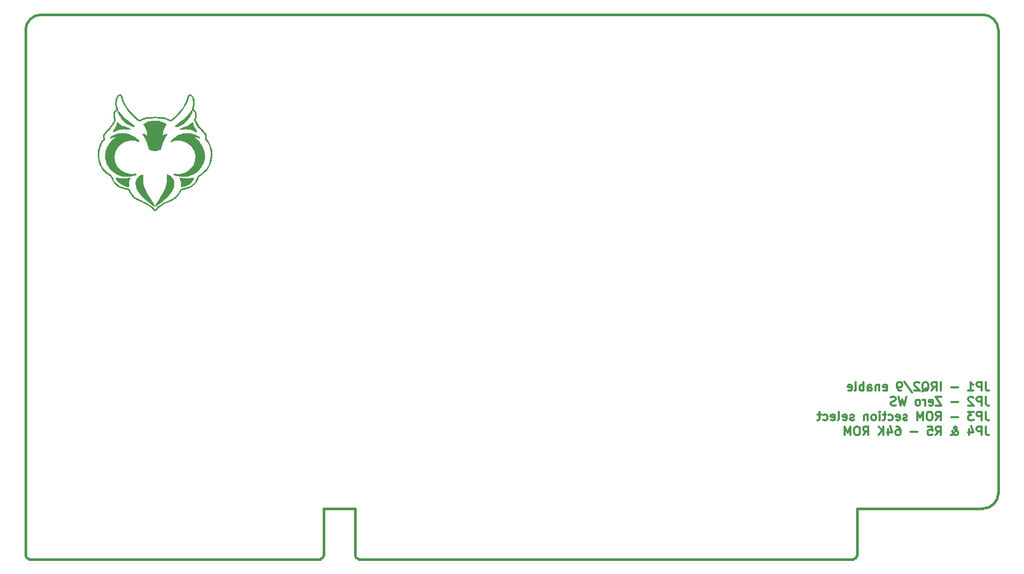
<source format=gbr>
%TF.GenerationSoftware,KiCad,Pcbnew,(5.1.6)-1*%
%TF.CreationDate,2020-07-21T14:46:33+03:00*%
%TF.ProjectId,GD5434,47443534-3334-42e6-9b69-6361645f7063,rev?*%
%TF.SameCoordinates,Original*%
%TF.FileFunction,Legend,Bot*%
%TF.FilePolarity,Positive*%
%FSLAX46Y46*%
G04 Gerber Fmt 4.6, Leading zero omitted, Abs format (unit mm)*
G04 Created by KiCad (PCBNEW (5.1.6)-1) date 2020-07-21 14:46:33*
%MOMM*%
%LPD*%
G01*
G04 APERTURE LIST*
%ADD10C,0.300000*%
%TA.AperFunction,Profile*%
%ADD11C,0.381000*%
%TD*%
%ADD12C,0.155000*%
G04 APERTURE END LIST*
D10*
X229094066Y-85625533D02*
X229094066Y-86625533D01*
X229160733Y-86825533D01*
X229294066Y-86958866D01*
X229494066Y-87025533D01*
X229627400Y-87025533D01*
X228427400Y-87025533D02*
X228427400Y-85625533D01*
X227894066Y-85625533D01*
X227760733Y-85692200D01*
X227694066Y-85758866D01*
X227627400Y-85892200D01*
X227627400Y-86092200D01*
X227694066Y-86225533D01*
X227760733Y-86292200D01*
X227894066Y-86358866D01*
X228427400Y-86358866D01*
X226294066Y-87025533D02*
X227094066Y-87025533D01*
X226694066Y-87025533D02*
X226694066Y-85625533D01*
X226827400Y-85825533D01*
X226960733Y-85958866D01*
X227094066Y-86025533D01*
X224627400Y-86492200D02*
X223560733Y-86492200D01*
X221827400Y-87025533D02*
X221827400Y-85625533D01*
X220360733Y-87025533D02*
X220827400Y-86358866D01*
X221160733Y-87025533D02*
X221160733Y-85625533D01*
X220627400Y-85625533D01*
X220494066Y-85692200D01*
X220427400Y-85758866D01*
X220360733Y-85892200D01*
X220360733Y-86092200D01*
X220427400Y-86225533D01*
X220494066Y-86292200D01*
X220627400Y-86358866D01*
X221160733Y-86358866D01*
X218827400Y-87158866D02*
X218960733Y-87092200D01*
X219094066Y-86958866D01*
X219294066Y-86758866D01*
X219427400Y-86692200D01*
X219560733Y-86692200D01*
X219494066Y-87025533D02*
X219627400Y-86958866D01*
X219760733Y-86825533D01*
X219827400Y-86558866D01*
X219827400Y-86092200D01*
X219760733Y-85825533D01*
X219627400Y-85692200D01*
X219494066Y-85625533D01*
X219227400Y-85625533D01*
X219094066Y-85692200D01*
X218960733Y-85825533D01*
X218894066Y-86092200D01*
X218894066Y-86558866D01*
X218960733Y-86825533D01*
X219094066Y-86958866D01*
X219227400Y-87025533D01*
X219494066Y-87025533D01*
X218360733Y-85758866D02*
X218294066Y-85692200D01*
X218160733Y-85625533D01*
X217827400Y-85625533D01*
X217694066Y-85692200D01*
X217627400Y-85758866D01*
X217560733Y-85892200D01*
X217560733Y-86025533D01*
X217627400Y-86225533D01*
X218427400Y-87025533D01*
X217560733Y-87025533D01*
X215960733Y-85558866D02*
X217160733Y-87358866D01*
X215427400Y-87025533D02*
X215160733Y-87025533D01*
X215027400Y-86958866D01*
X214960733Y-86892200D01*
X214827400Y-86692200D01*
X214760733Y-86425533D01*
X214760733Y-85892200D01*
X214827400Y-85758866D01*
X214894066Y-85692200D01*
X215027400Y-85625533D01*
X215294066Y-85625533D01*
X215427400Y-85692200D01*
X215494066Y-85758866D01*
X215560733Y-85892200D01*
X215560733Y-86225533D01*
X215494066Y-86358866D01*
X215427400Y-86425533D01*
X215294066Y-86492200D01*
X215027400Y-86492200D01*
X214894066Y-86425533D01*
X214827400Y-86358866D01*
X214760733Y-86225533D01*
X212560733Y-86958866D02*
X212694066Y-87025533D01*
X212960733Y-87025533D01*
X213094066Y-86958866D01*
X213160733Y-86825533D01*
X213160733Y-86292200D01*
X213094066Y-86158866D01*
X212960733Y-86092200D01*
X212694066Y-86092200D01*
X212560733Y-86158866D01*
X212494066Y-86292200D01*
X212494066Y-86425533D01*
X213160733Y-86558866D01*
X211894066Y-86092200D02*
X211894066Y-87025533D01*
X211894066Y-86225533D02*
X211827400Y-86158866D01*
X211694066Y-86092200D01*
X211494066Y-86092200D01*
X211360733Y-86158866D01*
X211294066Y-86292200D01*
X211294066Y-87025533D01*
X210027400Y-87025533D02*
X210027400Y-86292200D01*
X210094066Y-86158866D01*
X210227400Y-86092200D01*
X210494066Y-86092200D01*
X210627400Y-86158866D01*
X210027400Y-86958866D02*
X210160733Y-87025533D01*
X210494066Y-87025533D01*
X210627400Y-86958866D01*
X210694066Y-86825533D01*
X210694066Y-86692200D01*
X210627400Y-86558866D01*
X210494066Y-86492200D01*
X210160733Y-86492200D01*
X210027400Y-86425533D01*
X209360733Y-87025533D02*
X209360733Y-85625533D01*
X209360733Y-86158866D02*
X209227400Y-86092200D01*
X208960733Y-86092200D01*
X208827400Y-86158866D01*
X208760733Y-86225533D01*
X208694066Y-86358866D01*
X208694066Y-86758866D01*
X208760733Y-86892200D01*
X208827400Y-86958866D01*
X208960733Y-87025533D01*
X209227400Y-87025533D01*
X209360733Y-86958866D01*
X207894066Y-87025533D02*
X208027400Y-86958866D01*
X208094066Y-86825533D01*
X208094066Y-85625533D01*
X206827400Y-86958866D02*
X206960733Y-87025533D01*
X207227400Y-87025533D01*
X207360733Y-86958866D01*
X207427400Y-86825533D01*
X207427400Y-86292200D01*
X207360733Y-86158866D01*
X207227400Y-86092200D01*
X206960733Y-86092200D01*
X206827400Y-86158866D01*
X206760733Y-86292200D01*
X206760733Y-86425533D01*
X207427400Y-86558866D01*
X229094066Y-88025533D02*
X229094066Y-89025533D01*
X229160733Y-89225533D01*
X229294066Y-89358866D01*
X229494066Y-89425533D01*
X229627400Y-89425533D01*
X228427400Y-89425533D02*
X228427400Y-88025533D01*
X227894066Y-88025533D01*
X227760733Y-88092200D01*
X227694066Y-88158866D01*
X227627400Y-88292200D01*
X227627400Y-88492200D01*
X227694066Y-88625533D01*
X227760733Y-88692200D01*
X227894066Y-88758866D01*
X228427400Y-88758866D01*
X227094066Y-88158866D02*
X227027400Y-88092200D01*
X226894066Y-88025533D01*
X226560733Y-88025533D01*
X226427400Y-88092200D01*
X226360733Y-88158866D01*
X226294066Y-88292200D01*
X226294066Y-88425533D01*
X226360733Y-88625533D01*
X227160733Y-89425533D01*
X226294066Y-89425533D01*
X224627400Y-88892200D02*
X223560733Y-88892200D01*
X221960733Y-88025533D02*
X221027400Y-88025533D01*
X221960733Y-89425533D01*
X221027400Y-89425533D01*
X219960733Y-89358866D02*
X220094066Y-89425533D01*
X220360733Y-89425533D01*
X220494066Y-89358866D01*
X220560733Y-89225533D01*
X220560733Y-88692200D01*
X220494066Y-88558866D01*
X220360733Y-88492200D01*
X220094066Y-88492200D01*
X219960733Y-88558866D01*
X219894066Y-88692200D01*
X219894066Y-88825533D01*
X220560733Y-88958866D01*
X219294066Y-89425533D02*
X219294066Y-88492200D01*
X219294066Y-88758866D02*
X219227400Y-88625533D01*
X219160733Y-88558866D01*
X219027400Y-88492200D01*
X218894066Y-88492200D01*
X218227400Y-89425533D02*
X218360733Y-89358866D01*
X218427400Y-89292200D01*
X218494066Y-89158866D01*
X218494066Y-88758866D01*
X218427400Y-88625533D01*
X218360733Y-88558866D01*
X218227400Y-88492200D01*
X218027400Y-88492200D01*
X217894066Y-88558866D01*
X217827400Y-88625533D01*
X217760733Y-88758866D01*
X217760733Y-89158866D01*
X217827400Y-89292200D01*
X217894066Y-89358866D01*
X218027400Y-89425533D01*
X218227400Y-89425533D01*
X216227400Y-88025533D02*
X215894066Y-89425533D01*
X215627400Y-88425533D01*
X215360733Y-89425533D01*
X215027400Y-88025533D01*
X214560733Y-89358866D02*
X214360733Y-89425533D01*
X214027400Y-89425533D01*
X213894066Y-89358866D01*
X213827400Y-89292200D01*
X213760733Y-89158866D01*
X213760733Y-89025533D01*
X213827400Y-88892200D01*
X213894066Y-88825533D01*
X214027400Y-88758866D01*
X214294066Y-88692200D01*
X214427400Y-88625533D01*
X214494066Y-88558866D01*
X214560733Y-88425533D01*
X214560733Y-88292200D01*
X214494066Y-88158866D01*
X214427400Y-88092200D01*
X214294066Y-88025533D01*
X213960733Y-88025533D01*
X213760733Y-88092200D01*
X229094066Y-90425533D02*
X229094066Y-91425533D01*
X229160733Y-91625533D01*
X229294066Y-91758866D01*
X229494066Y-91825533D01*
X229627400Y-91825533D01*
X228427400Y-91825533D02*
X228427400Y-90425533D01*
X227894066Y-90425533D01*
X227760733Y-90492200D01*
X227694066Y-90558866D01*
X227627400Y-90692200D01*
X227627400Y-90892200D01*
X227694066Y-91025533D01*
X227760733Y-91092200D01*
X227894066Y-91158866D01*
X228427400Y-91158866D01*
X227160733Y-90425533D02*
X226294066Y-90425533D01*
X226760733Y-90958866D01*
X226560733Y-90958866D01*
X226427400Y-91025533D01*
X226360733Y-91092200D01*
X226294066Y-91225533D01*
X226294066Y-91558866D01*
X226360733Y-91692200D01*
X226427400Y-91758866D01*
X226560733Y-91825533D01*
X226960733Y-91825533D01*
X227094066Y-91758866D01*
X227160733Y-91692200D01*
X224627400Y-91292200D02*
X223560733Y-91292200D01*
X221027400Y-91825533D02*
X221494066Y-91158866D01*
X221827400Y-91825533D02*
X221827400Y-90425533D01*
X221294066Y-90425533D01*
X221160733Y-90492200D01*
X221094066Y-90558866D01*
X221027400Y-90692200D01*
X221027400Y-90892200D01*
X221094066Y-91025533D01*
X221160733Y-91092200D01*
X221294066Y-91158866D01*
X221827400Y-91158866D01*
X220160733Y-90425533D02*
X219894066Y-90425533D01*
X219760733Y-90492200D01*
X219627400Y-90625533D01*
X219560733Y-90892200D01*
X219560733Y-91358866D01*
X219627400Y-91625533D01*
X219760733Y-91758866D01*
X219894066Y-91825533D01*
X220160733Y-91825533D01*
X220294066Y-91758866D01*
X220427400Y-91625533D01*
X220494066Y-91358866D01*
X220494066Y-90892200D01*
X220427400Y-90625533D01*
X220294066Y-90492200D01*
X220160733Y-90425533D01*
X218960733Y-91825533D02*
X218960733Y-90425533D01*
X218494066Y-91425533D01*
X218027400Y-90425533D01*
X218027400Y-91825533D01*
X216360733Y-91758866D02*
X216227400Y-91825533D01*
X215960733Y-91825533D01*
X215827400Y-91758866D01*
X215760733Y-91625533D01*
X215760733Y-91558866D01*
X215827400Y-91425533D01*
X215960733Y-91358866D01*
X216160733Y-91358866D01*
X216294066Y-91292200D01*
X216360733Y-91158866D01*
X216360733Y-91092200D01*
X216294066Y-90958866D01*
X216160733Y-90892200D01*
X215960733Y-90892200D01*
X215827400Y-90958866D01*
X214627400Y-91758866D02*
X214760733Y-91825533D01*
X215027400Y-91825533D01*
X215160733Y-91758866D01*
X215227400Y-91625533D01*
X215227400Y-91092200D01*
X215160733Y-90958866D01*
X215027400Y-90892200D01*
X214760733Y-90892200D01*
X214627400Y-90958866D01*
X214560733Y-91092200D01*
X214560733Y-91225533D01*
X215227400Y-91358866D01*
X213360733Y-91758866D02*
X213494066Y-91825533D01*
X213760733Y-91825533D01*
X213894066Y-91758866D01*
X213960733Y-91692200D01*
X214027400Y-91558866D01*
X214027400Y-91158866D01*
X213960733Y-91025533D01*
X213894066Y-90958866D01*
X213760733Y-90892200D01*
X213494066Y-90892200D01*
X213360733Y-90958866D01*
X212960733Y-90892200D02*
X212427400Y-90892200D01*
X212760733Y-90425533D02*
X212760733Y-91625533D01*
X212694066Y-91758866D01*
X212560733Y-91825533D01*
X212427400Y-91825533D01*
X211960733Y-91825533D02*
X211960733Y-90892200D01*
X211960733Y-90425533D02*
X212027400Y-90492200D01*
X211960733Y-90558866D01*
X211894066Y-90492200D01*
X211960733Y-90425533D01*
X211960733Y-90558866D01*
X211094066Y-91825533D02*
X211227400Y-91758866D01*
X211294066Y-91692200D01*
X211360733Y-91558866D01*
X211360733Y-91158866D01*
X211294066Y-91025533D01*
X211227400Y-90958866D01*
X211094066Y-90892200D01*
X210894066Y-90892200D01*
X210760733Y-90958866D01*
X210694066Y-91025533D01*
X210627400Y-91158866D01*
X210627400Y-91558866D01*
X210694066Y-91692200D01*
X210760733Y-91758866D01*
X210894066Y-91825533D01*
X211094066Y-91825533D01*
X210027400Y-90892200D02*
X210027400Y-91825533D01*
X210027400Y-91025533D02*
X209960733Y-90958866D01*
X209827400Y-90892200D01*
X209627400Y-90892200D01*
X209494066Y-90958866D01*
X209427400Y-91092200D01*
X209427400Y-91825533D01*
X207760733Y-91758866D02*
X207627400Y-91825533D01*
X207360733Y-91825533D01*
X207227400Y-91758866D01*
X207160733Y-91625533D01*
X207160733Y-91558866D01*
X207227400Y-91425533D01*
X207360733Y-91358866D01*
X207560733Y-91358866D01*
X207694066Y-91292200D01*
X207760733Y-91158866D01*
X207760733Y-91092200D01*
X207694066Y-90958866D01*
X207560733Y-90892200D01*
X207360733Y-90892200D01*
X207227400Y-90958866D01*
X206027400Y-91758866D02*
X206160733Y-91825533D01*
X206427400Y-91825533D01*
X206560733Y-91758866D01*
X206627400Y-91625533D01*
X206627400Y-91092200D01*
X206560733Y-90958866D01*
X206427400Y-90892200D01*
X206160733Y-90892200D01*
X206027400Y-90958866D01*
X205960733Y-91092200D01*
X205960733Y-91225533D01*
X206627400Y-91358866D01*
X205160733Y-91825533D02*
X205294066Y-91758866D01*
X205360733Y-91625533D01*
X205360733Y-90425533D01*
X204094066Y-91758866D02*
X204227400Y-91825533D01*
X204494066Y-91825533D01*
X204627400Y-91758866D01*
X204694066Y-91625533D01*
X204694066Y-91092200D01*
X204627400Y-90958866D01*
X204494066Y-90892200D01*
X204227400Y-90892200D01*
X204094066Y-90958866D01*
X204027400Y-91092200D01*
X204027400Y-91225533D01*
X204694066Y-91358866D01*
X202827400Y-91758866D02*
X202960733Y-91825533D01*
X203227400Y-91825533D01*
X203360733Y-91758866D01*
X203427400Y-91692200D01*
X203494066Y-91558866D01*
X203494066Y-91158866D01*
X203427400Y-91025533D01*
X203360733Y-90958866D01*
X203227400Y-90892200D01*
X202960733Y-90892200D01*
X202827400Y-90958866D01*
X202427400Y-90892200D02*
X201894066Y-90892200D01*
X202227400Y-90425533D02*
X202227400Y-91625533D01*
X202160733Y-91758866D01*
X202027400Y-91825533D01*
X201894066Y-91825533D01*
X229094066Y-92825533D02*
X229094066Y-93825533D01*
X229160733Y-94025533D01*
X229294066Y-94158866D01*
X229494066Y-94225533D01*
X229627400Y-94225533D01*
X228427400Y-94225533D02*
X228427400Y-92825533D01*
X227894066Y-92825533D01*
X227760733Y-92892200D01*
X227694066Y-92958866D01*
X227627400Y-93092200D01*
X227627400Y-93292200D01*
X227694066Y-93425533D01*
X227760733Y-93492200D01*
X227894066Y-93558866D01*
X228427400Y-93558866D01*
X226427400Y-93292200D02*
X226427400Y-94225533D01*
X226760733Y-92758866D02*
X227094066Y-93758866D01*
X226227400Y-93758866D01*
X223494066Y-94225533D02*
X223560733Y-94225533D01*
X223694066Y-94158866D01*
X223894066Y-93958866D01*
X224227400Y-93558866D01*
X224360733Y-93358866D01*
X224427400Y-93158866D01*
X224427400Y-93025533D01*
X224360733Y-92892200D01*
X224227400Y-92825533D01*
X224160733Y-92825533D01*
X224027400Y-92892200D01*
X223960733Y-93025533D01*
X223960733Y-93092200D01*
X224027400Y-93225533D01*
X224094066Y-93292200D01*
X224494066Y-93558866D01*
X224560733Y-93625533D01*
X224627400Y-93758866D01*
X224627400Y-93958866D01*
X224560733Y-94092200D01*
X224494066Y-94158866D01*
X224360733Y-94225533D01*
X224160733Y-94225533D01*
X224027400Y-94158866D01*
X223960733Y-94092200D01*
X223760733Y-93825533D01*
X223694066Y-93625533D01*
X223694066Y-93492200D01*
X221027400Y-94225533D02*
X221494066Y-93558866D01*
X221827400Y-94225533D02*
X221827400Y-92825533D01*
X221294066Y-92825533D01*
X221160733Y-92892200D01*
X221094066Y-92958866D01*
X221027400Y-93092200D01*
X221027400Y-93292200D01*
X221094066Y-93425533D01*
X221160733Y-93492200D01*
X221294066Y-93558866D01*
X221827400Y-93558866D01*
X219760733Y-92825533D02*
X220427400Y-92825533D01*
X220494066Y-93492200D01*
X220427400Y-93425533D01*
X220294066Y-93358866D01*
X219960733Y-93358866D01*
X219827400Y-93425533D01*
X219760733Y-93492200D01*
X219694066Y-93625533D01*
X219694066Y-93958866D01*
X219760733Y-94092200D01*
X219827400Y-94158866D01*
X219960733Y-94225533D01*
X220294066Y-94225533D01*
X220427400Y-94158866D01*
X220494066Y-94092200D01*
X218027400Y-93692200D02*
X216960733Y-93692200D01*
X214627400Y-92825533D02*
X214894066Y-92825533D01*
X215027400Y-92892200D01*
X215094066Y-92958866D01*
X215227400Y-93158866D01*
X215294066Y-93425533D01*
X215294066Y-93958866D01*
X215227400Y-94092200D01*
X215160733Y-94158866D01*
X215027400Y-94225533D01*
X214760733Y-94225533D01*
X214627400Y-94158866D01*
X214560733Y-94092200D01*
X214494066Y-93958866D01*
X214494066Y-93625533D01*
X214560733Y-93492200D01*
X214627400Y-93425533D01*
X214760733Y-93358866D01*
X215027400Y-93358866D01*
X215160733Y-93425533D01*
X215227400Y-93492200D01*
X215294066Y-93625533D01*
X213294066Y-93292200D02*
X213294066Y-94225533D01*
X213627400Y-92758866D02*
X213960733Y-93758866D01*
X213094066Y-93758866D01*
X212560733Y-94225533D02*
X212560733Y-92825533D01*
X211760733Y-94225533D02*
X212360733Y-93425533D01*
X211760733Y-92825533D02*
X212560733Y-93625533D01*
X209294066Y-94225533D02*
X209760733Y-93558866D01*
X210094066Y-94225533D02*
X210094066Y-92825533D01*
X209560733Y-92825533D01*
X209427400Y-92892200D01*
X209360733Y-92958866D01*
X209294066Y-93092200D01*
X209294066Y-93292200D01*
X209360733Y-93425533D01*
X209427400Y-93492200D01*
X209560733Y-93558866D01*
X210094066Y-93558866D01*
X208427400Y-92825533D02*
X208160733Y-92825533D01*
X208027400Y-92892200D01*
X207894066Y-93025533D01*
X207827400Y-93292200D01*
X207827400Y-93758866D01*
X207894066Y-94025533D01*
X208027400Y-94158866D01*
X208160733Y-94225533D01*
X208427400Y-94225533D01*
X208560733Y-94158866D01*
X208694066Y-94025533D01*
X208760733Y-93758866D01*
X208760733Y-93292200D01*
X208694066Y-93025533D01*
X208560733Y-92892200D01*
X208427400Y-92825533D01*
X207227400Y-94225533D02*
X207227400Y-92825533D01*
X206760733Y-93825533D01*
X206294066Y-92825533D01*
X206294066Y-94225533D01*
D11*
X73675240Y-113670080D02*
G75*
G03*
X74310240Y-114305080I635000J0D01*
G01*
X73675740Y-28658820D02*
X73675740Y-113670080D01*
X121318520Y-114303740D02*
G75*
G03*
X121953520Y-113668740I0J635000D01*
G01*
X74310740Y-114305080D02*
X121318520Y-114303740D01*
X121953520Y-106123740D02*
X121953520Y-113668740D01*
X127025900Y-106123740D02*
X121953520Y-106123740D01*
X127025900Y-106123740D02*
X127025900Y-113670080D01*
X208305900Y-106125080D02*
X208305900Y-113670080D01*
X76213838Y-26111208D02*
X228625900Y-26111208D01*
X207670900Y-114305080D02*
G75*
G03*
X208305900Y-113670080I0J635000D01*
G01*
X127660900Y-114305080D02*
X207670900Y-114305080D01*
X231165900Y-28651208D02*
G75*
G03*
X228625900Y-26111208I-2540000J0D01*
G01*
X228625900Y-106125080D02*
X208305900Y-106125080D01*
X231165900Y-103585080D02*
X231165900Y-28651208D01*
X228625900Y-106125080D02*
G75*
G03*
X231165900Y-103585080I0J2540000D01*
G01*
X127025900Y-113670080D02*
G75*
G03*
X127660900Y-114305080I635000J0D01*
G01*
X76213838Y-26111209D02*
G75*
G03*
X73675740Y-28658820I6982J-2545071D01*
G01*
D12*
%TO.C,REF\u002A\u002A*%
G36*
X94454869Y-43373306D02*
G01*
X94173703Y-43395369D01*
X93919108Y-43435689D01*
X93827035Y-43457341D01*
X93625405Y-43515557D01*
X93431294Y-43581029D01*
X93252768Y-43650189D01*
X93097892Y-43719468D01*
X92974733Y-43785297D01*
X92891356Y-43844106D01*
X92857653Y-43886260D01*
X92866129Y-43922436D01*
X92898550Y-43993516D01*
X92948784Y-44086643D01*
X92972630Y-44127416D01*
X93122924Y-44396816D01*
X93246852Y-44656355D01*
X93339194Y-44894483D01*
X93377254Y-45022240D01*
X93397730Y-45119160D01*
X93416960Y-45240571D01*
X93433952Y-45375134D01*
X93447716Y-45511515D01*
X93457260Y-45638377D01*
X93461593Y-45744384D01*
X93459724Y-45818200D01*
X93450661Y-45848489D01*
X93449517Y-45848693D01*
X93419110Y-45832437D01*
X93358399Y-45789933D01*
X93284882Y-45733776D01*
X93187229Y-45661774D01*
X93086619Y-45595646D01*
X93025422Y-45560660D01*
X92932836Y-45524955D01*
X92832895Y-45503712D01*
X92744357Y-45499233D01*
X92685980Y-45513819D01*
X92680441Y-45518324D01*
X92688704Y-45546584D01*
X92730367Y-45601184D01*
X92796714Y-45670886D01*
X92804866Y-45678727D01*
X92911101Y-45804460D01*
X93023880Y-45984671D01*
X93142532Y-46217854D01*
X93266384Y-46502505D01*
X93394767Y-46837120D01*
X93527009Y-47220195D01*
X93614270Y-47493029D01*
X93659722Y-47628884D01*
X93706367Y-47750873D01*
X93748613Y-47845345D01*
X93779915Y-47897562D01*
X93861792Y-47962430D01*
X93986829Y-48024413D01*
X94141753Y-48079452D01*
X94313292Y-48123486D01*
X94488172Y-48152457D01*
X94645480Y-48162328D01*
X94768401Y-48157469D01*
X94884537Y-48140059D01*
X95014719Y-48106005D01*
X95139368Y-48065269D01*
X95310517Y-47999949D01*
X95428125Y-47940367D01*
X95484429Y-47895384D01*
X95521086Y-47835405D01*
X95564562Y-47738290D01*
X95607347Y-47621498D01*
X95621588Y-47576500D01*
X95756466Y-47150024D01*
X95888972Y-46771411D01*
X96018466Y-46442103D01*
X96144310Y-46163541D01*
X96265867Y-45937165D01*
X96382499Y-45764418D01*
X96464147Y-45673020D01*
X96530738Y-45603793D01*
X96573208Y-45548540D01*
X96582729Y-45518822D01*
X96582296Y-45518324D01*
X96530894Y-45500296D01*
X96446321Y-45501688D01*
X96347499Y-45520181D01*
X96253348Y-45553455D01*
X96239270Y-45560362D01*
X96155847Y-45609080D01*
X96053236Y-45676702D01*
X95971924Y-45735086D01*
X95816702Y-45851908D01*
X95808332Y-45665768D01*
X95813435Y-45470459D01*
X95841824Y-45247329D01*
X95889621Y-45018039D01*
X95952950Y-44804248D01*
X95971646Y-44753444D01*
X96020854Y-44639363D01*
X96089868Y-44496820D01*
X96168884Y-44345404D01*
X96235683Y-44225915D01*
X96302956Y-44106345D01*
X96356980Y-44003233D01*
X96392672Y-43926816D01*
X96404953Y-43887326D01*
X96404621Y-43885579D01*
X96362514Y-43836764D01*
X96274227Y-43778210D01*
X96148438Y-43713454D01*
X95993828Y-43646033D01*
X95819077Y-43579484D01*
X95632865Y-43517346D01*
X95443872Y-43463154D01*
X95265732Y-43421452D01*
X95020090Y-43385869D01*
X94743400Y-43369980D01*
X94454869Y-43373306D01*
G37*
X94454869Y-43373306D02*
X94173703Y-43395369D01*
X93919108Y-43435689D01*
X93827035Y-43457341D01*
X93625405Y-43515557D01*
X93431294Y-43581029D01*
X93252768Y-43650189D01*
X93097892Y-43719468D01*
X92974733Y-43785297D01*
X92891356Y-43844106D01*
X92857653Y-43886260D01*
X92866129Y-43922436D01*
X92898550Y-43993516D01*
X92948784Y-44086643D01*
X92972630Y-44127416D01*
X93122924Y-44396816D01*
X93246852Y-44656355D01*
X93339194Y-44894483D01*
X93377254Y-45022240D01*
X93397730Y-45119160D01*
X93416960Y-45240571D01*
X93433952Y-45375134D01*
X93447716Y-45511515D01*
X93457260Y-45638377D01*
X93461593Y-45744384D01*
X93459724Y-45818200D01*
X93450661Y-45848489D01*
X93449517Y-45848693D01*
X93419110Y-45832437D01*
X93358399Y-45789933D01*
X93284882Y-45733776D01*
X93187229Y-45661774D01*
X93086619Y-45595646D01*
X93025422Y-45560660D01*
X92932836Y-45524955D01*
X92832895Y-45503712D01*
X92744357Y-45499233D01*
X92685980Y-45513819D01*
X92680441Y-45518324D01*
X92688704Y-45546584D01*
X92730367Y-45601184D01*
X92796714Y-45670886D01*
X92804866Y-45678727D01*
X92911101Y-45804460D01*
X93023880Y-45984671D01*
X93142532Y-46217854D01*
X93266384Y-46502505D01*
X93394767Y-46837120D01*
X93527009Y-47220195D01*
X93614270Y-47493029D01*
X93659722Y-47628884D01*
X93706367Y-47750873D01*
X93748613Y-47845345D01*
X93779915Y-47897562D01*
X93861792Y-47962430D01*
X93986829Y-48024413D01*
X94141753Y-48079452D01*
X94313292Y-48123486D01*
X94488172Y-48152457D01*
X94645480Y-48162328D01*
X94768401Y-48157469D01*
X94884537Y-48140059D01*
X95014719Y-48106005D01*
X95139368Y-48065269D01*
X95310517Y-47999949D01*
X95428125Y-47940367D01*
X95484429Y-47895384D01*
X95521086Y-47835405D01*
X95564562Y-47738290D01*
X95607347Y-47621498D01*
X95621588Y-47576500D01*
X95756466Y-47150024D01*
X95888972Y-46771411D01*
X96018466Y-46442103D01*
X96144310Y-46163541D01*
X96265867Y-45937165D01*
X96382499Y-45764418D01*
X96464147Y-45673020D01*
X96530738Y-45603793D01*
X96573208Y-45548540D01*
X96582729Y-45518822D01*
X96582296Y-45518324D01*
X96530894Y-45500296D01*
X96446321Y-45501688D01*
X96347499Y-45520181D01*
X96253348Y-45553455D01*
X96239270Y-45560362D01*
X96155847Y-45609080D01*
X96053236Y-45676702D01*
X95971924Y-45735086D01*
X95816702Y-45851908D01*
X95808332Y-45665768D01*
X95813435Y-45470459D01*
X95841824Y-45247329D01*
X95889621Y-45018039D01*
X95952950Y-44804248D01*
X95971646Y-44753444D01*
X96020854Y-44639363D01*
X96089868Y-44496820D01*
X96168884Y-44345404D01*
X96235683Y-44225915D01*
X96302956Y-44106345D01*
X96356980Y-44003233D01*
X96392672Y-43926816D01*
X96404953Y-43887326D01*
X96404621Y-43885579D01*
X96362514Y-43836764D01*
X96274227Y-43778210D01*
X96148438Y-43713454D01*
X95993828Y-43646033D01*
X95819077Y-43579484D01*
X95632865Y-43517346D01*
X95443872Y-43463154D01*
X95265732Y-43421452D01*
X95020090Y-43385869D01*
X94743400Y-43369980D01*
X94454869Y-43373306D01*
G36*
X99612591Y-45405475D02*
G01*
X99209893Y-45452136D01*
X98817131Y-45552491D01*
X98431917Y-45707370D01*
X98051864Y-45917602D01*
X97951362Y-45982932D01*
X97816995Y-46078555D01*
X97682925Y-46183778D01*
X97555771Y-46292235D01*
X97442153Y-46397559D01*
X97348691Y-46493385D01*
X97282005Y-46573345D01*
X97248714Y-46631074D01*
X97250532Y-46656931D01*
X97281207Y-46653875D01*
X97354989Y-46635202D01*
X97461662Y-46603798D01*
X97591007Y-46562551D01*
X97627556Y-46550414D01*
X97778352Y-46500837D01*
X97892853Y-46467033D01*
X97988007Y-46446036D01*
X98080759Y-46434880D01*
X98188059Y-46430596D01*
X98314368Y-46430175D01*
X98649857Y-46452547D01*
X98998017Y-46514503D01*
X99341785Y-46611423D01*
X99664098Y-46738689D01*
X99891412Y-46857101D01*
X100139765Y-47027115D01*
X100383803Y-47237388D01*
X100611868Y-47475386D01*
X100812302Y-47728572D01*
X100973449Y-47984413D01*
X101015072Y-48065327D01*
X101138355Y-48382296D01*
X101216231Y-48724469D01*
X101248656Y-49083460D01*
X101235584Y-49450882D01*
X101176969Y-49818349D01*
X101072767Y-50177473D01*
X101027132Y-50295730D01*
X100857572Y-50639827D01*
X100647211Y-50946724D01*
X100395239Y-51217082D01*
X100100843Y-51451560D01*
X99763214Y-51650819D01*
X99381540Y-51815519D01*
X99019674Y-51929429D01*
X98687155Y-51998237D01*
X98370890Y-52019843D01*
X98057560Y-51995124D01*
X98046257Y-51993395D01*
X97929874Y-51977181D01*
X97833011Y-51967136D01*
X97770365Y-51964635D01*
X97757142Y-51966376D01*
X97733268Y-51990345D01*
X97757087Y-52024403D01*
X97821505Y-52065068D01*
X97919427Y-52108858D01*
X98043757Y-52152289D01*
X98187401Y-52191879D01*
X98242094Y-52204437D01*
X98377033Y-52226817D01*
X98551555Y-52245387D01*
X98754169Y-52259897D01*
X98973384Y-52270098D01*
X99197711Y-52275740D01*
X99415659Y-52276575D01*
X99615738Y-52272351D01*
X99786458Y-52262821D01*
X99916329Y-52247734D01*
X99948305Y-52241484D01*
X100355487Y-52123941D01*
X100743863Y-51961977D01*
X101107175Y-51759676D01*
X101439163Y-51521121D01*
X101733570Y-51250394D01*
X101984136Y-50951580D01*
X102033822Y-50880906D01*
X102260659Y-50500127D01*
X102432752Y-50108087D01*
X102550125Y-49707181D01*
X102612801Y-49299805D01*
X102620805Y-48888354D01*
X102574159Y-48475225D01*
X102472888Y-48062812D01*
X102317015Y-47653511D01*
X102106564Y-47249717D01*
X101996205Y-47073688D01*
X101774924Y-46768897D01*
X101546624Y-46515679D01*
X101306562Y-46309209D01*
X101125070Y-46187564D01*
X100873661Y-46037066D01*
X100937697Y-45985213D01*
X101029699Y-45944054D01*
X101163578Y-45936372D01*
X101340585Y-45962209D01*
X101509731Y-46005761D01*
X101656260Y-46044306D01*
X101753890Y-46059141D01*
X101802084Y-46052314D01*
X101816648Y-46034240D01*
X101801192Y-46006739D01*
X101749679Y-45963615D01*
X101656071Y-45898674D01*
X101645326Y-45891515D01*
X101352942Y-45727051D01*
X101021170Y-45593640D01*
X100659123Y-45493462D01*
X100275912Y-45428695D01*
X99880650Y-45401518D01*
X99612591Y-45405475D01*
G37*
X99612591Y-45405475D02*
X99209893Y-45452136D01*
X98817131Y-45552491D01*
X98431917Y-45707370D01*
X98051864Y-45917602D01*
X97951362Y-45982932D01*
X97816995Y-46078555D01*
X97682925Y-46183778D01*
X97555771Y-46292235D01*
X97442153Y-46397559D01*
X97348691Y-46493385D01*
X97282005Y-46573345D01*
X97248714Y-46631074D01*
X97250532Y-46656931D01*
X97281207Y-46653875D01*
X97354989Y-46635202D01*
X97461662Y-46603798D01*
X97591007Y-46562551D01*
X97627556Y-46550414D01*
X97778352Y-46500837D01*
X97892853Y-46467033D01*
X97988007Y-46446036D01*
X98080759Y-46434880D01*
X98188059Y-46430596D01*
X98314368Y-46430175D01*
X98649857Y-46452547D01*
X98998017Y-46514503D01*
X99341785Y-46611423D01*
X99664098Y-46738689D01*
X99891412Y-46857101D01*
X100139765Y-47027115D01*
X100383803Y-47237388D01*
X100611868Y-47475386D01*
X100812302Y-47728572D01*
X100973449Y-47984413D01*
X101015072Y-48065327D01*
X101138355Y-48382296D01*
X101216231Y-48724469D01*
X101248656Y-49083460D01*
X101235584Y-49450882D01*
X101176969Y-49818349D01*
X101072767Y-50177473D01*
X101027132Y-50295730D01*
X100857572Y-50639827D01*
X100647211Y-50946724D01*
X100395239Y-51217082D01*
X100100843Y-51451560D01*
X99763214Y-51650819D01*
X99381540Y-51815519D01*
X99019674Y-51929429D01*
X98687155Y-51998237D01*
X98370890Y-52019843D01*
X98057560Y-51995124D01*
X98046257Y-51993395D01*
X97929874Y-51977181D01*
X97833011Y-51967136D01*
X97770365Y-51964635D01*
X97757142Y-51966376D01*
X97733268Y-51990345D01*
X97757087Y-52024403D01*
X97821505Y-52065068D01*
X97919427Y-52108858D01*
X98043757Y-52152289D01*
X98187401Y-52191879D01*
X98242094Y-52204437D01*
X98377033Y-52226817D01*
X98551555Y-52245387D01*
X98754169Y-52259897D01*
X98973384Y-52270098D01*
X99197711Y-52275740D01*
X99415659Y-52276575D01*
X99615738Y-52272351D01*
X99786458Y-52262821D01*
X99916329Y-52247734D01*
X99948305Y-52241484D01*
X100355487Y-52123941D01*
X100743863Y-51961977D01*
X101107175Y-51759676D01*
X101439163Y-51521121D01*
X101733570Y-51250394D01*
X101984136Y-50951580D01*
X102033822Y-50880906D01*
X102260659Y-50500127D01*
X102432752Y-50108087D01*
X102550125Y-49707181D01*
X102612801Y-49299805D01*
X102620805Y-48888354D01*
X102574159Y-48475225D01*
X102472888Y-48062812D01*
X102317015Y-47653511D01*
X102106564Y-47249717D01*
X101996205Y-47073688D01*
X101774924Y-46768897D01*
X101546624Y-46515679D01*
X101306562Y-46309209D01*
X101125070Y-46187564D01*
X100873661Y-46037066D01*
X100937697Y-45985213D01*
X101029699Y-45944054D01*
X101163578Y-45936372D01*
X101340585Y-45962209D01*
X101509731Y-46005761D01*
X101656260Y-46044306D01*
X101753890Y-46059141D01*
X101802084Y-46052314D01*
X101816648Y-46034240D01*
X101801192Y-46006739D01*
X101749679Y-45963615D01*
X101656071Y-45898674D01*
X101645326Y-45891515D01*
X101352942Y-45727051D01*
X101021170Y-45593640D01*
X100659123Y-45493462D01*
X100275912Y-45428695D01*
X99880650Y-45401518D01*
X99612591Y-45405475D01*
G36*
X100562343Y-41734637D02*
G01*
X100502706Y-41799501D01*
X100480837Y-41829629D01*
X100406181Y-41932609D01*
X100323504Y-42040505D01*
X100289924Y-42082306D01*
X100128751Y-42278523D01*
X99991474Y-42444495D01*
X99872121Y-42585749D01*
X99764718Y-42707812D01*
X99663293Y-42816211D01*
X99561872Y-42916474D01*
X99454484Y-43014128D01*
X99335154Y-43114700D01*
X99197909Y-43223718D01*
X99036777Y-43346709D01*
X98845785Y-43489200D01*
X98618960Y-43656719D01*
X98469591Y-43766817D01*
X98295164Y-43897189D01*
X98163698Y-43999919D01*
X98071200Y-44078688D01*
X98013672Y-44137174D01*
X97987118Y-44179055D01*
X97987543Y-44208010D01*
X97988522Y-44209715D01*
X98025001Y-44233019D01*
X98096710Y-44234572D01*
X98210229Y-44214048D01*
X98286146Y-44195028D01*
X98499906Y-44121033D01*
X98736333Y-44009636D01*
X98983830Y-43868285D01*
X99230797Y-43704433D01*
X99465638Y-43525529D01*
X99676753Y-43339023D01*
X99777510Y-43237020D01*
X99916316Y-43075984D01*
X100057393Y-42890089D01*
X100194805Y-42689252D01*
X100322618Y-42483395D01*
X100434898Y-42282435D01*
X100525711Y-42096294D01*
X100589122Y-41934889D01*
X100614895Y-41837314D01*
X100621297Y-41753708D01*
X100602827Y-41719427D01*
X100562343Y-41734637D01*
G37*
X100562343Y-41734637D02*
X100502706Y-41799501D01*
X100480837Y-41829629D01*
X100406181Y-41932609D01*
X100323504Y-42040505D01*
X100289924Y-42082306D01*
X100128751Y-42278523D01*
X99991474Y-42444495D01*
X99872121Y-42585749D01*
X99764718Y-42707812D01*
X99663293Y-42816211D01*
X99561872Y-42916474D01*
X99454484Y-43014128D01*
X99335154Y-43114700D01*
X99197909Y-43223718D01*
X99036777Y-43346709D01*
X98845785Y-43489200D01*
X98618960Y-43656719D01*
X98469591Y-43766817D01*
X98295164Y-43897189D01*
X98163698Y-43999919D01*
X98071200Y-44078688D01*
X98013672Y-44137174D01*
X97987118Y-44179055D01*
X97987543Y-44208010D01*
X97988522Y-44209715D01*
X98025001Y-44233019D01*
X98096710Y-44234572D01*
X98210229Y-44214048D01*
X98286146Y-44195028D01*
X98499906Y-44121033D01*
X98736333Y-44009636D01*
X98983830Y-43868285D01*
X99230797Y-43704433D01*
X99465638Y-43525529D01*
X99676753Y-43339023D01*
X99777510Y-43237020D01*
X99916316Y-43075984D01*
X100057393Y-42890089D01*
X100194805Y-42689252D01*
X100322618Y-42483395D01*
X100434898Y-42282435D01*
X100525711Y-42096294D01*
X100589122Y-41934889D01*
X100614895Y-41837314D01*
X100621297Y-41753708D01*
X100602827Y-41719427D01*
X100562343Y-41734637D01*
G36*
X89166047Y-45410959D02*
G01*
X88790823Y-45457295D01*
X88426601Y-45537694D01*
X88084092Y-45650566D01*
X87774005Y-45794322D01*
X87628063Y-45881447D01*
X87526311Y-45949614D01*
X87466737Y-45995237D01*
X87443045Y-46024693D01*
X87448939Y-46044354D01*
X87459768Y-46051818D01*
X87506175Y-46061003D01*
X87584724Y-46050488D01*
X87703997Y-46018909D01*
X87744430Y-46006553D01*
X87939947Y-45956441D01*
X88106597Y-45935891D01*
X88237889Y-45945226D01*
X88318359Y-45977950D01*
X88382020Y-46022540D01*
X88317583Y-46071694D01*
X88260368Y-46111388D01*
X88173751Y-46167135D01*
X88082088Y-46223464D01*
X87892308Y-46351412D01*
X87721410Y-46499348D01*
X87554855Y-46680670D01*
X87466805Y-46790440D01*
X87199409Y-47174368D01*
X86982399Y-47567825D01*
X86816703Y-47967663D01*
X86703249Y-48370734D01*
X86642963Y-48773892D01*
X86636773Y-49173988D01*
X86671379Y-49489656D01*
X86770495Y-49919291D01*
X86918537Y-50322639D01*
X87113240Y-50697188D01*
X87352338Y-51040431D01*
X87633567Y-51349858D01*
X87954662Y-51622960D01*
X88313356Y-51857229D01*
X88707386Y-52050154D01*
X89111478Y-52192590D01*
X89198864Y-52216777D01*
X89279411Y-52234960D01*
X89363690Y-52248122D01*
X89462272Y-52257244D01*
X89585727Y-52263308D01*
X89744625Y-52267297D01*
X89946480Y-52270156D01*
X90130302Y-52271674D01*
X90300692Y-52271936D01*
X90447470Y-52271016D01*
X90560460Y-52268988D01*
X90629484Y-52265926D01*
X90637924Y-52265101D01*
X90848343Y-52234205D01*
X91045320Y-52194955D01*
X91219894Y-52149909D01*
X91363105Y-52101626D01*
X91465992Y-52052661D01*
X91512645Y-52015451D01*
X91526998Y-51986908D01*
X91508679Y-51970651D01*
X91452238Y-51966379D01*
X91352224Y-51973789D01*
X91203184Y-51992577D01*
X91174146Y-51996659D01*
X90895826Y-52019877D01*
X90622464Y-52007239D01*
X90338401Y-51957151D01*
X90081449Y-51885410D01*
X89675835Y-51733889D01*
X89317011Y-51551716D01*
X89003392Y-51337316D01*
X88733388Y-51089113D01*
X88505413Y-50805532D01*
X88317879Y-50484997D01*
X88169198Y-50125933D01*
X88107636Y-49926804D01*
X88060695Y-49707668D01*
X88029813Y-49457259D01*
X88015799Y-49194922D01*
X88019458Y-48940002D01*
X88041599Y-48711845D01*
X88053988Y-48641282D01*
X88137868Y-48325530D01*
X88259402Y-48034207D01*
X88424130Y-47756744D01*
X88637595Y-47482570D01*
X88695888Y-47416971D01*
X88958936Y-47158527D01*
X89242291Y-46942219D01*
X89552119Y-46764895D01*
X89894590Y-46623401D01*
X90275872Y-46514584D01*
X90578675Y-46454567D01*
X90787902Y-46426369D01*
X90974460Y-46418482D01*
X91155375Y-46432480D01*
X91347675Y-46469937D01*
X91568388Y-46532427D01*
X91628174Y-46551550D01*
X91761291Y-46594409D01*
X91874725Y-46630078D01*
X91957887Y-46655288D01*
X92000187Y-46666775D01*
X92002843Y-46667138D01*
X92012757Y-46648906D01*
X91988405Y-46599816D01*
X91936069Y-46528277D01*
X91862031Y-46442698D01*
X91772573Y-46351488D01*
X91753635Y-46333545D01*
X91488101Y-46111935D01*
X91188425Y-45908222D01*
X90869507Y-45730746D01*
X90546249Y-45587849D01*
X90250640Y-45492222D01*
X89906665Y-45426833D01*
X89541564Y-45400275D01*
X89166047Y-45410959D01*
G37*
X89166047Y-45410959D02*
X88790823Y-45457295D01*
X88426601Y-45537694D01*
X88084092Y-45650566D01*
X87774005Y-45794322D01*
X87628063Y-45881447D01*
X87526311Y-45949614D01*
X87466737Y-45995237D01*
X87443045Y-46024693D01*
X87448939Y-46044354D01*
X87459768Y-46051818D01*
X87506175Y-46061003D01*
X87584724Y-46050488D01*
X87703997Y-46018909D01*
X87744430Y-46006553D01*
X87939947Y-45956441D01*
X88106597Y-45935891D01*
X88237889Y-45945226D01*
X88318359Y-45977950D01*
X88382020Y-46022540D01*
X88317583Y-46071694D01*
X88260368Y-46111388D01*
X88173751Y-46167135D01*
X88082088Y-46223464D01*
X87892308Y-46351412D01*
X87721410Y-46499348D01*
X87554855Y-46680670D01*
X87466805Y-46790440D01*
X87199409Y-47174368D01*
X86982399Y-47567825D01*
X86816703Y-47967663D01*
X86703249Y-48370734D01*
X86642963Y-48773892D01*
X86636773Y-49173988D01*
X86671379Y-49489656D01*
X86770495Y-49919291D01*
X86918537Y-50322639D01*
X87113240Y-50697188D01*
X87352338Y-51040431D01*
X87633567Y-51349858D01*
X87954662Y-51622960D01*
X88313356Y-51857229D01*
X88707386Y-52050154D01*
X89111478Y-52192590D01*
X89198864Y-52216777D01*
X89279411Y-52234960D01*
X89363690Y-52248122D01*
X89462272Y-52257244D01*
X89585727Y-52263308D01*
X89744625Y-52267297D01*
X89946480Y-52270156D01*
X90130302Y-52271674D01*
X90300692Y-52271936D01*
X90447470Y-52271016D01*
X90560460Y-52268988D01*
X90629484Y-52265926D01*
X90637924Y-52265101D01*
X90848343Y-52234205D01*
X91045320Y-52194955D01*
X91219894Y-52149909D01*
X91363105Y-52101626D01*
X91465992Y-52052661D01*
X91512645Y-52015451D01*
X91526998Y-51986908D01*
X91508679Y-51970651D01*
X91452238Y-51966379D01*
X91352224Y-51973789D01*
X91203184Y-51992577D01*
X91174146Y-51996659D01*
X90895826Y-52019877D01*
X90622464Y-52007239D01*
X90338401Y-51957151D01*
X90081449Y-51885410D01*
X89675835Y-51733889D01*
X89317011Y-51551716D01*
X89003392Y-51337316D01*
X88733388Y-51089113D01*
X88505413Y-50805532D01*
X88317879Y-50484997D01*
X88169198Y-50125933D01*
X88107636Y-49926804D01*
X88060695Y-49707668D01*
X88029813Y-49457259D01*
X88015799Y-49194922D01*
X88019458Y-48940002D01*
X88041599Y-48711845D01*
X88053988Y-48641282D01*
X88137868Y-48325530D01*
X88259402Y-48034207D01*
X88424130Y-47756744D01*
X88637595Y-47482570D01*
X88695888Y-47416971D01*
X88958936Y-47158527D01*
X89242291Y-46942219D01*
X89552119Y-46764895D01*
X89894590Y-46623401D01*
X90275872Y-46514584D01*
X90578675Y-46454567D01*
X90787902Y-46426369D01*
X90974460Y-46418482D01*
X91155375Y-46432480D01*
X91347675Y-46469937D01*
X91568388Y-46532427D01*
X91628174Y-46551550D01*
X91761291Y-46594409D01*
X91874725Y-46630078D01*
X91957887Y-46655288D01*
X92000187Y-46666775D01*
X92002843Y-46667138D01*
X92012757Y-46648906D01*
X91988405Y-46599816D01*
X91936069Y-46528277D01*
X91862031Y-46442698D01*
X91772573Y-46351488D01*
X91753635Y-46333545D01*
X91488101Y-46111935D01*
X91188425Y-45908222D01*
X90869507Y-45730746D01*
X90546249Y-45587849D01*
X90250640Y-45492222D01*
X89906665Y-45426833D01*
X89541564Y-45400275D01*
X89166047Y-45410959D01*
G36*
X100676804Y-43637604D02*
G01*
X100613967Y-43687536D01*
X100530676Y-43760734D01*
X100459570Y-43827056D01*
X100344994Y-43929000D01*
X100219910Y-44028350D01*
X100104141Y-44109783D01*
X100056301Y-44138792D01*
X99973433Y-44178836D01*
X99847806Y-44231493D01*
X99690522Y-44292495D01*
X99512683Y-44357578D01*
X99325394Y-44422476D01*
X99268902Y-44441312D01*
X99093656Y-44499905D01*
X98936095Y-44553968D01*
X98804271Y-44600625D01*
X98706234Y-44637001D01*
X98650034Y-44660221D01*
X98640335Y-44665798D01*
X98643714Y-44683122D01*
X98695880Y-44690535D01*
X98790104Y-44688304D01*
X98919652Y-44676697D01*
X99077795Y-44655980D01*
X99143556Y-44645843D01*
X99381642Y-44619741D01*
X99643369Y-44611412D01*
X99909496Y-44620188D01*
X100160780Y-44645399D01*
X100377981Y-44686376D01*
X100388702Y-44689112D01*
X100504304Y-44725698D01*
X100650451Y-44781556D01*
X100808109Y-44848979D01*
X100953146Y-44917693D01*
X101108289Y-44994329D01*
X101220189Y-45046116D01*
X101295148Y-45075252D01*
X101339465Y-45083932D01*
X101359442Y-45074352D01*
X101362368Y-45060334D01*
X101347280Y-45027873D01*
X101306257Y-44959344D01*
X101245666Y-44864971D01*
X101176024Y-44761052D01*
X101000352Y-44483493D01*
X100871108Y-44232507D01*
X100786891Y-44004702D01*
X100746298Y-43796684D01*
X100741897Y-43710860D01*
X100732969Y-43648438D01*
X100711781Y-43619402D01*
X100709338Y-43619138D01*
X100676804Y-43637604D01*
G37*
X100676804Y-43637604D02*
X100613967Y-43687536D01*
X100530676Y-43760734D01*
X100459570Y-43827056D01*
X100344994Y-43929000D01*
X100219910Y-44028350D01*
X100104141Y-44109783D01*
X100056301Y-44138792D01*
X99973433Y-44178836D01*
X99847806Y-44231493D01*
X99690522Y-44292495D01*
X99512683Y-44357578D01*
X99325394Y-44422476D01*
X99268902Y-44441312D01*
X99093656Y-44499905D01*
X98936095Y-44553968D01*
X98804271Y-44600625D01*
X98706234Y-44637001D01*
X98650034Y-44660221D01*
X98640335Y-44665798D01*
X98643714Y-44683122D01*
X98695880Y-44690535D01*
X98790104Y-44688304D01*
X98919652Y-44676697D01*
X99077795Y-44655980D01*
X99143556Y-44645843D01*
X99381642Y-44619741D01*
X99643369Y-44611412D01*
X99909496Y-44620188D01*
X100160780Y-44645399D01*
X100377981Y-44686376D01*
X100388702Y-44689112D01*
X100504304Y-44725698D01*
X100650451Y-44781556D01*
X100808109Y-44848979D01*
X100953146Y-44917693D01*
X101108289Y-44994329D01*
X101220189Y-45046116D01*
X101295148Y-45075252D01*
X101339465Y-45083932D01*
X101359442Y-45074352D01*
X101362368Y-45060334D01*
X101347280Y-45027873D01*
X101306257Y-44959344D01*
X101245666Y-44864971D01*
X101176024Y-44761052D01*
X101000352Y-44483493D01*
X100871108Y-44232507D01*
X100786891Y-44004702D01*
X100746298Y-43796684D01*
X100741897Y-43710860D01*
X100732969Y-43648438D01*
X100711781Y-43619402D01*
X100709338Y-43619138D01*
X100676804Y-43637604D01*
G36*
X88530941Y-43643829D02*
G01*
X88521366Y-43704068D01*
X88521257Y-43711986D01*
X88498665Y-43902955D01*
X88432312Y-44121618D01*
X88324337Y-44362814D01*
X88176881Y-44621384D01*
X88088168Y-44756813D01*
X88014592Y-44866781D01*
X87954541Y-44960728D01*
X87914360Y-45028438D01*
X87900368Y-45059284D01*
X87913454Y-45080689D01*
X87955841Y-45079250D01*
X88032225Y-45053362D01*
X88147301Y-45001421D01*
X88305763Y-44921824D01*
X88311736Y-44918733D01*
X88460507Y-44846856D01*
X88619679Y-44778398D01*
X88767859Y-44722157D01*
X88862069Y-44692423D01*
X89086518Y-44646744D01*
X89345872Y-44618975D01*
X89621279Y-44609814D01*
X89893887Y-44619961D01*
X90119181Y-44645843D01*
X90281757Y-44669261D01*
X90421136Y-44684293D01*
X90530049Y-44690630D01*
X90601228Y-44687960D01*
X90627404Y-44675975D01*
X90622402Y-44667312D01*
X90588878Y-44651693D01*
X90509732Y-44621315D01*
X90392965Y-44579048D01*
X90246577Y-44527759D01*
X90078567Y-44470318D01*
X89989356Y-44440321D01*
X89734267Y-44352955D01*
X89525001Y-44275727D01*
X89352865Y-44204149D01*
X89209162Y-44133736D01*
X89085201Y-44060000D01*
X88972286Y-43978454D01*
X88861724Y-43884613D01*
X88798211Y-43825603D01*
X88706250Y-43740626D01*
X88627573Y-43672630D01*
X88571979Y-43629807D01*
X88551267Y-43619138D01*
X88530941Y-43643829D01*
G37*
X88530941Y-43643829D02*
X88521366Y-43704068D01*
X88521257Y-43711986D01*
X88498665Y-43902955D01*
X88432312Y-44121618D01*
X88324337Y-44362814D01*
X88176881Y-44621384D01*
X88088168Y-44756813D01*
X88014592Y-44866781D01*
X87954541Y-44960728D01*
X87914360Y-45028438D01*
X87900368Y-45059284D01*
X87913454Y-45080689D01*
X87955841Y-45079250D01*
X88032225Y-45053362D01*
X88147301Y-45001421D01*
X88305763Y-44921824D01*
X88311736Y-44918733D01*
X88460507Y-44846856D01*
X88619679Y-44778398D01*
X88767859Y-44722157D01*
X88862069Y-44692423D01*
X89086518Y-44646744D01*
X89345872Y-44618975D01*
X89621279Y-44609814D01*
X89893887Y-44619961D01*
X90119181Y-44645843D01*
X90281757Y-44669261D01*
X90421136Y-44684293D01*
X90530049Y-44690630D01*
X90601228Y-44687960D01*
X90627404Y-44675975D01*
X90622402Y-44667312D01*
X90588878Y-44651693D01*
X90509732Y-44621315D01*
X90392965Y-44579048D01*
X90246577Y-44527759D01*
X90078567Y-44470318D01*
X89989356Y-44440321D01*
X89734267Y-44352955D01*
X89525001Y-44275727D01*
X89352865Y-44204149D01*
X89209162Y-44133736D01*
X89085201Y-44060000D01*
X88972286Y-43978454D01*
X88861724Y-43884613D01*
X88798211Y-43825603D01*
X88706250Y-43740626D01*
X88627573Y-43672630D01*
X88571979Y-43629807D01*
X88551267Y-43619138D01*
X88530941Y-43643829D01*
G36*
X88866743Y-39126043D02*
G01*
X88726100Y-39195596D01*
X88600347Y-39314841D01*
X88491433Y-39480939D01*
X88401308Y-39691055D01*
X88331923Y-39942351D01*
X88293242Y-40166715D01*
X88275118Y-40380649D01*
X88279691Y-40595858D01*
X88308261Y-40827081D01*
X88362131Y-41089061D01*
X88381743Y-41169209D01*
X88413887Y-41298076D01*
X88440243Y-41406007D01*
X88458116Y-41481801D01*
X88464811Y-41514258D01*
X88464813Y-41514358D01*
X88442119Y-41535232D01*
X88385079Y-41569699D01*
X88357054Y-41584520D01*
X88218012Y-41682808D01*
X88097825Y-41819284D01*
X88011768Y-41975803D01*
X87999583Y-42009156D01*
X87974937Y-42101598D01*
X87962132Y-42203511D01*
X87959719Y-42332233D01*
X87963249Y-42443387D01*
X87971816Y-42586050D01*
X87986198Y-42699471D01*
X88011163Y-42804599D01*
X88051477Y-42922381D01*
X88100192Y-43045203D01*
X88117305Y-43097861D01*
X88118249Y-43148431D01*
X88100355Y-43214252D01*
X88060956Y-43312660D01*
X88057946Y-43319752D01*
X87976814Y-43490089D01*
X87869741Y-43685407D01*
X87747542Y-43887853D01*
X87621033Y-44079571D01*
X87501030Y-44242707D01*
X87491915Y-44254138D01*
X87414865Y-44346316D01*
X87310389Y-44466082D01*
X87190159Y-44600310D01*
X87065846Y-44735876D01*
X87017079Y-44788084D01*
X86831172Y-44989181D01*
X86682299Y-45158019D01*
X86565803Y-45300390D01*
X86477029Y-45422089D01*
X86411322Y-45528908D01*
X86391599Y-45566471D01*
X86336411Y-45694278D01*
X86311264Y-45808549D01*
X86313185Y-45933015D01*
X86331049Y-46049716D01*
X86346246Y-46153409D01*
X86351447Y-46240687D01*
X86346200Y-46289591D01*
X86320044Y-46335028D01*
X86267563Y-46410365D01*
X86198404Y-46502002D01*
X86170603Y-46537210D01*
X85973854Y-46808771D01*
X85819394Y-47081930D01*
X85723471Y-47302138D01*
X85582599Y-47738281D01*
X85491233Y-48185626D01*
X85448554Y-48638494D01*
X85453746Y-49091208D01*
X85505993Y-49538090D01*
X85604478Y-49973462D01*
X85748382Y-50391647D01*
X85936891Y-50786967D01*
X86169186Y-51153743D01*
X86302345Y-51325676D01*
X86498096Y-51536996D01*
X86728293Y-51744549D01*
X86972579Y-51931045D01*
X87147893Y-52043830D01*
X87257479Y-52110280D01*
X87355235Y-52173372D01*
X87425895Y-52223100D01*
X87444551Y-52238244D01*
X87506939Y-52311846D01*
X87576073Y-52428626D01*
X87654105Y-52592647D01*
X87733154Y-52782582D01*
X87882106Y-53082827D01*
X88080860Y-53363884D01*
X88324716Y-53621253D01*
X88608977Y-53850433D01*
X88928943Y-54046925D01*
X89175902Y-54164412D01*
X89448646Y-54265392D01*
X89742692Y-54349440D01*
X90030713Y-54409175D01*
X90140302Y-54424875D01*
X90247674Y-54440381D01*
X90332828Y-54457272D01*
X90380544Y-54472407D01*
X90384629Y-54475316D01*
X90406009Y-54511704D01*
X90440926Y-54584878D01*
X90481940Y-54679222D01*
X90483201Y-54682249D01*
X90645977Y-55012826D01*
X90845580Y-55314853D01*
X91075231Y-55578883D01*
X91223324Y-55714050D01*
X91339872Y-55806321D01*
X91462315Y-55892888D01*
X91598631Y-55978261D01*
X91756800Y-56066949D01*
X91944804Y-56163463D01*
X92170621Y-56272313D01*
X92396573Y-56377131D01*
X92716622Y-56527057D01*
X93008936Y-56670622D01*
X93268173Y-56804997D01*
X93488989Y-56927350D01*
X93666041Y-57034850D01*
X93762191Y-57100563D01*
X93913616Y-57218433D01*
X94075507Y-57356057D01*
X94232496Y-57499535D01*
X94369216Y-57634966D01*
X94445842Y-57718949D01*
X94523870Y-57800708D01*
X94591247Y-57854113D01*
X94631368Y-57870035D01*
X94680986Y-57847545D01*
X94754561Y-57783499D01*
X94842242Y-57687435D01*
X94914033Y-57604229D01*
X94971896Y-57540606D01*
X95006527Y-57506666D01*
X95011575Y-57503655D01*
X95037343Y-57485670D01*
X95096005Y-57437464D01*
X95178542Y-57366624D01*
X95265220Y-57290289D01*
X95415470Y-57166944D01*
X95591809Y-57042291D01*
X95799333Y-56913406D01*
X96043136Y-56777364D01*
X96328315Y-56631240D01*
X96659964Y-56472111D01*
X96818591Y-56398747D01*
X97006102Y-56311447D01*
X97190649Y-56222977D01*
X97361193Y-56138820D01*
X97506697Y-56064457D01*
X97616122Y-56005370D01*
X97647498Y-55987131D01*
X97917279Y-55807531D01*
X98147312Y-55614170D01*
X98346883Y-55396742D01*
X98525279Y-55144939D01*
X98691790Y-54848456D01*
X98714656Y-54802846D01*
X98782335Y-54665196D01*
X98832895Y-54568658D01*
X98876649Y-54505014D01*
X98923907Y-54466047D01*
X98984983Y-54443537D01*
X99070188Y-54429268D01*
X99189835Y-54415020D01*
X99203368Y-54413369D01*
X99396633Y-54379777D01*
X99617216Y-54325428D01*
X99842782Y-54256410D01*
X100025468Y-54189262D01*
X100319598Y-54055609D01*
X100576601Y-53903573D01*
X100815489Y-53720611D01*
X101010651Y-53539249D01*
X101159397Y-53383991D01*
X101277260Y-53241613D01*
X101374401Y-53096358D01*
X101460984Y-52932470D01*
X101547171Y-52734194D01*
X101574975Y-52664360D01*
X101658679Y-52475442D01*
X101746030Y-52332101D01*
X101844612Y-52223606D01*
X101934038Y-52156360D01*
X102029360Y-52095559D01*
X102145171Y-52021937D01*
X102241738Y-51960718D01*
X102566195Y-51722522D01*
X102857484Y-51441735D01*
X103113755Y-51122727D01*
X103333155Y-50769869D01*
X103513834Y-50387530D01*
X103653939Y-49980081D01*
X103751618Y-49551891D01*
X103805021Y-49107331D01*
X103809749Y-48810598D01*
X103729007Y-48810598D01*
X103725408Y-48978555D01*
X103682128Y-49444040D01*
X103592312Y-49887566D01*
X103457780Y-50305964D01*
X103280353Y-50696061D01*
X103061849Y-51054686D01*
X102804089Y-51378667D01*
X102508893Y-51664834D01*
X102178079Y-51910015D01*
X101974293Y-52030204D01*
X101867418Y-52093517D01*
X101774421Y-52158734D01*
X101711413Y-52214259D01*
X101701047Y-52226899D01*
X101668488Y-52282772D01*
X101620387Y-52378054D01*
X101562888Y-52500044D01*
X101502136Y-52636042D01*
X101493930Y-52654991D01*
X101385063Y-52895277D01*
X101282625Y-53091787D01*
X101178935Y-53255399D01*
X101066311Y-53396990D01*
X100937073Y-53527436D01*
X100788946Y-53653312D01*
X100501313Y-53853345D01*
X100181081Y-54024417D01*
X99842601Y-54160617D01*
X99500226Y-54256032D01*
X99217480Y-54300594D01*
X99059153Y-54321916D01*
X98944182Y-54355675D01*
X98859659Y-54409764D01*
X98792679Y-54492079D01*
X98738160Y-54593790D01*
X98669607Y-54736466D01*
X98613855Y-54846047D01*
X98560629Y-54940951D01*
X98499656Y-55039597D01*
X98429909Y-55146432D01*
X98319277Y-55304060D01*
X98204209Y-55445917D01*
X98078973Y-55575998D01*
X97937838Y-55698298D01*
X97775071Y-55816808D01*
X97584943Y-55935523D01*
X97361721Y-56058437D01*
X97099675Y-56189544D01*
X96793072Y-56332836D01*
X96606924Y-56416703D01*
X96294420Y-56560210D01*
X96026565Y-56692546D01*
X95793927Y-56818697D01*
X95587072Y-56943646D01*
X95493958Y-57004801D01*
X95361512Y-57102491D01*
X95213408Y-57225221D01*
X95062761Y-57360852D01*
X94922684Y-57497244D01*
X94806291Y-57622260D01*
X94744257Y-57698763D01*
X94690493Y-57764615D01*
X94646724Y-57805953D01*
X94631368Y-57813180D01*
X94599994Y-57792253D01*
X94548376Y-57738620D01*
X94504368Y-57685062D01*
X94389062Y-57550833D01*
X94241696Y-57400999D01*
X94077967Y-57250048D01*
X93913569Y-57112467D01*
X93767653Y-57005050D01*
X93604462Y-56899949D01*
X93435342Y-56800302D01*
X93249484Y-56700387D01*
X93036081Y-56594482D01*
X92784325Y-56476866D01*
X92684035Y-56431372D01*
X92365106Y-56285388D01*
X92093444Y-56155760D01*
X91863418Y-56039159D01*
X91669396Y-55932253D01*
X91505745Y-55831712D01*
X91366833Y-55734205D01*
X91247029Y-55636403D01*
X91140700Y-55534973D01*
X91105535Y-55497901D01*
X90994285Y-55367201D01*
X90877181Y-55211891D01*
X90764685Y-55047450D01*
X90667260Y-54889358D01*
X90595371Y-54753094D01*
X90582627Y-54724283D01*
X90513284Y-54570127D01*
X90448481Y-54461120D01*
X90376812Y-54388264D01*
X90286876Y-54342561D01*
X90167270Y-54315015D01*
X90045257Y-54300267D01*
X89718929Y-54246585D01*
X89391573Y-54152148D01*
X89072840Y-54022015D01*
X88772380Y-53861247D01*
X88499844Y-53674903D01*
X88264881Y-53468042D01*
X88103799Y-53282379D01*
X88027907Y-53168584D01*
X87942266Y-53019736D01*
X87856748Y-52853705D01*
X87801395Y-52734915D01*
X87719338Y-52551046D01*
X87653960Y-52410701D01*
X87599318Y-52305690D01*
X87549468Y-52227823D01*
X87498469Y-52168912D01*
X87440376Y-52120767D01*
X87369248Y-52075198D01*
X87289861Y-52030004D01*
X86922896Y-51794548D01*
X86597998Y-51521653D01*
X86314848Y-51210932D01*
X86073123Y-50862000D01*
X85872504Y-50474469D01*
X85758596Y-50186420D01*
X85637153Y-49760655D01*
X85561609Y-49312532D01*
X85532271Y-48852972D01*
X85549448Y-48392897D01*
X85613448Y-47943227D01*
X85686768Y-47638756D01*
X85754928Y-47435032D01*
X85843494Y-47223129D01*
X85946655Y-47013207D01*
X86058601Y-46815424D01*
X86173519Y-46639938D01*
X86285600Y-46496908D01*
X86389031Y-46396494D01*
X86403641Y-46385592D01*
X86483893Y-46328447D01*
X86441459Y-46166181D01*
X86416667Y-46025019D01*
X86408453Y-45873685D01*
X86409935Y-45831717D01*
X86424081Y-45726752D01*
X86455726Y-45623599D01*
X86509227Y-45515538D01*
X86588940Y-45395847D01*
X86699221Y-45257806D01*
X86844427Y-45094694D01*
X86983146Y-44947398D01*
X87197640Y-44720414D01*
X87376851Y-44523074D01*
X87527100Y-44346871D01*
X87654706Y-44183301D01*
X87765988Y-44023857D01*
X87867265Y-43860035D01*
X87964857Y-43683329D01*
X88056503Y-43502712D01*
X88123992Y-43364239D01*
X88168394Y-43261664D01*
X88190924Y-43179940D01*
X88192798Y-43104021D01*
X88175231Y-43018861D01*
X88139440Y-42909412D01*
X88110924Y-42829195D01*
X88075116Y-42721513D01*
X88053779Y-42631263D01*
X88044219Y-42537800D01*
X88043742Y-42420478D01*
X88046491Y-42335306D01*
X88053746Y-42196916D01*
X88065421Y-42097266D01*
X88085346Y-42018655D01*
X88117347Y-41943381D01*
X88141163Y-41897582D01*
X88192323Y-41810326D01*
X88241610Y-41754279D01*
X88308100Y-41713036D01*
X88401313Y-41673894D01*
X88513173Y-41623245D01*
X88569813Y-41579434D01*
X88577702Y-41558466D01*
X88568818Y-41512054D01*
X88545038Y-41427353D01*
X88510666Y-41319152D01*
X88492124Y-41264521D01*
X88412022Y-40959457D01*
X88371506Y-40628117D01*
X88372161Y-40285964D01*
X88380903Y-40180792D01*
X88423958Y-39896821D01*
X88490339Y-39662660D01*
X88581454Y-39476103D01*
X88698718Y-39334944D01*
X88843540Y-39236975D01*
X89017334Y-39179990D01*
X89021635Y-39179154D01*
X89112790Y-39161664D01*
X89199868Y-39450123D01*
X89273875Y-39693571D01*
X89335466Y-39891353D01*
X89387736Y-40052074D01*
X89433785Y-40184338D01*
X89476710Y-40296749D01*
X89519609Y-40397914D01*
X89565580Y-40496434D01*
X89605565Y-40576987D01*
X89825653Y-40968281D01*
X90093690Y-41369576D01*
X90403883Y-41773628D01*
X90750435Y-42173192D01*
X91127553Y-42561024D01*
X91387044Y-42804040D01*
X91570333Y-42968021D01*
X91719280Y-43096098D01*
X91840675Y-43191023D01*
X91941307Y-43255547D01*
X92027964Y-43292423D01*
X92107435Y-43304402D01*
X92186510Y-43294235D01*
X92271977Y-43264676D01*
X92370626Y-43218474D01*
X92388010Y-43209760D01*
X92608358Y-43109038D01*
X92835198Y-43027355D01*
X93078131Y-42962617D01*
X93346752Y-42912725D01*
X93650661Y-42875584D01*
X93999454Y-42849096D01*
X94052813Y-42846097D01*
X94357515Y-42832985D01*
X94637519Y-42828946D01*
X94919819Y-42834020D01*
X95224035Y-42847835D01*
X95541682Y-42869392D01*
X95813882Y-42897290D01*
X96051491Y-42933883D01*
X96265367Y-42981522D01*
X96466365Y-43042563D01*
X96665344Y-43119356D01*
X96839192Y-43197914D01*
X96954731Y-43248104D01*
X97062594Y-43286435D01*
X97144988Y-43306873D01*
X97165835Y-43308693D01*
X97222069Y-43301322D01*
X97286669Y-43276625D01*
X97365029Y-43230726D01*
X97462546Y-43159749D01*
X97584612Y-43059818D01*
X97736623Y-42927055D01*
X97891198Y-42787513D01*
X98292754Y-42400234D01*
X98664228Y-41999189D01*
X99000390Y-41590961D01*
X99296010Y-41182130D01*
X99545859Y-40779281D01*
X99667250Y-40551940D01*
X99718099Y-40447554D01*
X99763693Y-40346377D01*
X99807202Y-40239581D01*
X99851797Y-40118337D01*
X99900648Y-39973814D01*
X99956926Y-39797183D01*
X100023801Y-39579616D01*
X100063328Y-39448997D01*
X100102298Y-39319191D01*
X100131872Y-39235061D01*
X100161401Y-39189041D01*
X100200239Y-39173569D01*
X100257740Y-39181078D01*
X100343257Y-39204007D01*
X100360480Y-39208685D01*
X100465898Y-39259625D01*
X100575627Y-39351465D01*
X100659626Y-39450610D01*
X100748538Y-39612017D01*
X100816587Y-39815439D01*
X100863115Y-40050186D01*
X100887462Y-40305569D01*
X100888969Y-40570898D01*
X100866977Y-40835483D01*
X100820827Y-41088634D01*
X100771248Y-41260821D01*
X100733472Y-41376042D01*
X100704110Y-41474546D01*
X100687364Y-41541781D01*
X100685035Y-41559244D01*
X100712809Y-41599185D01*
X100795413Y-41646202D01*
X100861424Y-41673894D01*
X100958788Y-41714660D01*
X101021218Y-41754269D01*
X101067233Y-41809588D01*
X101115351Y-41897487D01*
X101122480Y-41911693D01*
X101170558Y-42020198D01*
X101198844Y-42122771D01*
X101213393Y-42244965D01*
X101216950Y-42310260D01*
X101211140Y-42561672D01*
X101172349Y-42784100D01*
X101107083Y-42958437D01*
X101070956Y-43039971D01*
X101056764Y-43111957D01*
X101065909Y-43189836D01*
X101099793Y-43289049D01*
X101146902Y-43396892D01*
X101271882Y-43651115D01*
X101409898Y-43891014D01*
X101567593Y-44125764D01*
X101751610Y-44364545D01*
X101968588Y-44616532D01*
X102225172Y-44890903D01*
X102237103Y-44903249D01*
X102421346Y-45097599D01*
X102566970Y-45261405D01*
X102678013Y-45401083D01*
X102758514Y-45523049D01*
X102812512Y-45633723D01*
X102844046Y-45739520D01*
X102857155Y-45846858D01*
X102858146Y-45889988D01*
X102849346Y-46010069D01*
X102827270Y-46135244D01*
X102817068Y-46173770D01*
X102775990Y-46310262D01*
X102920294Y-46452308D01*
X103122905Y-46688185D01*
X103300014Y-46968797D01*
X103449507Y-47287507D01*
X103569267Y-47637679D01*
X103657181Y-48012676D01*
X103711133Y-48405861D01*
X103729007Y-48810598D01*
X103809749Y-48810598D01*
X103812296Y-48650770D01*
X103787434Y-48312580D01*
X103714051Y-47869860D01*
X103594721Y-47456969D01*
X103426879Y-47067632D01*
X103207964Y-46695572D01*
X103024522Y-46444027D01*
X102947749Y-46340179D01*
X102906798Y-46266995D01*
X102897098Y-46215715D01*
X102899345Y-46204138D01*
X102910355Y-46146844D01*
X102922625Y-46053457D01*
X102933499Y-45944193D01*
X102933501Y-45944173D01*
X102937366Y-45837761D01*
X102927883Y-45737818D01*
X102901575Y-45638615D01*
X102854967Y-45534423D01*
X102784583Y-45419510D01*
X102686947Y-45288148D01*
X102558584Y-45134606D01*
X102396017Y-44953155D01*
X102212959Y-44756324D01*
X102083340Y-44614824D01*
X101948403Y-44461233D01*
X101821482Y-44311124D01*
X101715911Y-44180070D01*
X101685433Y-44140200D01*
X101603228Y-44023313D01*
X101514343Y-43884897D01*
X101424066Y-43734605D01*
X101337682Y-43582089D01*
X101260478Y-43437005D01*
X101197740Y-43309003D01*
X101154756Y-43207739D01*
X101136810Y-43142865D01*
X101136591Y-43138001D01*
X101149055Y-43076517D01*
X101179965Y-42995869D01*
X101189558Y-42975958D01*
X101253470Y-42803419D01*
X101293087Y-42591993D01*
X101305924Y-42366982D01*
X101287855Y-42132898D01*
X101232084Y-41938126D01*
X101136267Y-41777980D01*
X100998062Y-41647774D01*
X100921053Y-41597488D01*
X100850577Y-41551903D01*
X100806021Y-41514849D01*
X100797924Y-41501696D01*
X100804580Y-41466455D01*
X100822674Y-41388368D01*
X100849393Y-41279205D01*
X100879890Y-41158656D01*
X100942059Y-40883090D01*
X100976987Y-40639990D01*
X100986102Y-40413198D01*
X100970828Y-40186558D01*
X100967843Y-40161915D01*
X100919199Y-39891326D01*
X100847045Y-39654675D01*
X100753947Y-39455678D01*
X100642468Y-39298051D01*
X100515176Y-39185512D01*
X100374636Y-39121776D01*
X100241032Y-39109074D01*
X100187791Y-39113885D01*
X100144912Y-39125044D01*
X100108736Y-39149108D01*
X100075606Y-39192637D01*
X100041866Y-39262189D01*
X100003856Y-39364323D01*
X99957921Y-39505598D01*
X99900402Y-39692572D01*
X99882123Y-39752693D01*
X99730288Y-40187450D01*
X99543901Y-40600721D01*
X99317442Y-41002729D01*
X99045394Y-41403698D01*
X98861538Y-41643582D01*
X98781822Y-41737590D01*
X98668907Y-41862532D01*
X98530555Y-42010511D01*
X98374530Y-42173628D01*
X98208597Y-42343987D01*
X98040520Y-42513690D01*
X97878062Y-42674838D01*
X97728988Y-42819536D01*
X97601061Y-42939885D01*
X97502046Y-43027987D01*
X97493423Y-43035228D01*
X97398791Y-43108225D01*
X97305074Y-43170997D01*
X97235772Y-43208409D01*
X97185684Y-43227107D01*
X97142210Y-43232617D01*
X97091056Y-43221960D01*
X97017929Y-43192159D01*
X96908560Y-43140249D01*
X96614002Y-43015672D01*
X96286206Y-42908300D01*
X95947466Y-42825225D01*
X95873146Y-42810814D01*
X95738112Y-42792581D01*
X95556553Y-42777826D01*
X95338285Y-42766551D01*
X95093120Y-42758755D01*
X94830872Y-42754438D01*
X94561354Y-42753601D01*
X94294380Y-42756242D01*
X94039763Y-42762363D01*
X93807317Y-42771962D01*
X93606856Y-42785041D01*
X93448192Y-42801599D01*
X93389591Y-42810814D01*
X93051443Y-42887544D01*
X92719299Y-42990143D01*
X92415452Y-43111519D01*
X92354177Y-43140249D01*
X92244818Y-43192162D01*
X92171722Y-43221965D01*
X92120586Y-43232628D01*
X92077107Y-43227122D01*
X92026983Y-43208416D01*
X92026640Y-43208273D01*
X91969301Y-43180742D01*
X91907022Y-43142558D01*
X91835134Y-43089603D01*
X91748967Y-43017762D01*
X91643851Y-42922918D01*
X91515117Y-42800953D01*
X91358096Y-42647752D01*
X91168117Y-42459198D01*
X91102137Y-42393261D01*
X90750574Y-42028837D01*
X90445085Y-41683686D01*
X90181510Y-41351352D01*
X89955683Y-41025376D01*
X89763441Y-40699301D01*
X89600622Y-40366671D01*
X89463062Y-40021028D01*
X89354120Y-39682138D01*
X89310808Y-39536794D01*
X89268473Y-39402529D01*
X89231620Y-39293142D01*
X89204755Y-39222432D01*
X89202078Y-39216471D01*
X89168459Y-39155789D01*
X89128007Y-39125040D01*
X89060072Y-39112015D01*
X89020324Y-39109017D01*
X88866743Y-39126043D01*
G37*
X88866743Y-39126043D02*
X88726100Y-39195596D01*
X88600347Y-39314841D01*
X88491433Y-39480939D01*
X88401308Y-39691055D01*
X88331923Y-39942351D01*
X88293242Y-40166715D01*
X88275118Y-40380649D01*
X88279691Y-40595858D01*
X88308261Y-40827081D01*
X88362131Y-41089061D01*
X88381743Y-41169209D01*
X88413887Y-41298076D01*
X88440243Y-41406007D01*
X88458116Y-41481801D01*
X88464811Y-41514258D01*
X88464813Y-41514358D01*
X88442119Y-41535232D01*
X88385079Y-41569699D01*
X88357054Y-41584520D01*
X88218012Y-41682808D01*
X88097825Y-41819284D01*
X88011768Y-41975803D01*
X87999583Y-42009156D01*
X87974937Y-42101598D01*
X87962132Y-42203511D01*
X87959719Y-42332233D01*
X87963249Y-42443387D01*
X87971816Y-42586050D01*
X87986198Y-42699471D01*
X88011163Y-42804599D01*
X88051477Y-42922381D01*
X88100192Y-43045203D01*
X88117305Y-43097861D01*
X88118249Y-43148431D01*
X88100355Y-43214252D01*
X88060956Y-43312660D01*
X88057946Y-43319752D01*
X87976814Y-43490089D01*
X87869741Y-43685407D01*
X87747542Y-43887853D01*
X87621033Y-44079571D01*
X87501030Y-44242707D01*
X87491915Y-44254138D01*
X87414865Y-44346316D01*
X87310389Y-44466082D01*
X87190159Y-44600310D01*
X87065846Y-44735876D01*
X87017079Y-44788084D01*
X86831172Y-44989181D01*
X86682299Y-45158019D01*
X86565803Y-45300390D01*
X86477029Y-45422089D01*
X86411322Y-45528908D01*
X86391599Y-45566471D01*
X86336411Y-45694278D01*
X86311264Y-45808549D01*
X86313185Y-45933015D01*
X86331049Y-46049716D01*
X86346246Y-46153409D01*
X86351447Y-46240687D01*
X86346200Y-46289591D01*
X86320044Y-46335028D01*
X86267563Y-46410365D01*
X86198404Y-46502002D01*
X86170603Y-46537210D01*
X85973854Y-46808771D01*
X85819394Y-47081930D01*
X85723471Y-47302138D01*
X85582599Y-47738281D01*
X85491233Y-48185626D01*
X85448554Y-48638494D01*
X85453746Y-49091208D01*
X85505993Y-49538090D01*
X85604478Y-49973462D01*
X85748382Y-50391647D01*
X85936891Y-50786967D01*
X86169186Y-51153743D01*
X86302345Y-51325676D01*
X86498096Y-51536996D01*
X86728293Y-51744549D01*
X86972579Y-51931045D01*
X87147893Y-52043830D01*
X87257479Y-52110280D01*
X87355235Y-52173372D01*
X87425895Y-52223100D01*
X87444551Y-52238244D01*
X87506939Y-52311846D01*
X87576073Y-52428626D01*
X87654105Y-52592647D01*
X87733154Y-52782582D01*
X87882106Y-53082827D01*
X88080860Y-53363884D01*
X88324716Y-53621253D01*
X88608977Y-53850433D01*
X88928943Y-54046925D01*
X89175902Y-54164412D01*
X89448646Y-54265392D01*
X89742692Y-54349440D01*
X90030713Y-54409175D01*
X90140302Y-54424875D01*
X90247674Y-54440381D01*
X90332828Y-54457272D01*
X90380544Y-54472407D01*
X90384629Y-54475316D01*
X90406009Y-54511704D01*
X90440926Y-54584878D01*
X90481940Y-54679222D01*
X90483201Y-54682249D01*
X90645977Y-55012826D01*
X90845580Y-55314853D01*
X91075231Y-55578883D01*
X91223324Y-55714050D01*
X91339872Y-55806321D01*
X91462315Y-55892888D01*
X91598631Y-55978261D01*
X91756800Y-56066949D01*
X91944804Y-56163463D01*
X92170621Y-56272313D01*
X92396573Y-56377131D01*
X92716622Y-56527057D01*
X93008936Y-56670622D01*
X93268173Y-56804997D01*
X93488989Y-56927350D01*
X93666041Y-57034850D01*
X93762191Y-57100563D01*
X93913616Y-57218433D01*
X94075507Y-57356057D01*
X94232496Y-57499535D01*
X94369216Y-57634966D01*
X94445842Y-57718949D01*
X94523870Y-57800708D01*
X94591247Y-57854113D01*
X94631368Y-57870035D01*
X94680986Y-57847545D01*
X94754561Y-57783499D01*
X94842242Y-57687435D01*
X94914033Y-57604229D01*
X94971896Y-57540606D01*
X95006527Y-57506666D01*
X95011575Y-57503655D01*
X95037343Y-57485670D01*
X95096005Y-57437464D01*
X95178542Y-57366624D01*
X95265220Y-57290289D01*
X95415470Y-57166944D01*
X95591809Y-57042291D01*
X95799333Y-56913406D01*
X96043136Y-56777364D01*
X96328315Y-56631240D01*
X96659964Y-56472111D01*
X96818591Y-56398747D01*
X97006102Y-56311447D01*
X97190649Y-56222977D01*
X97361193Y-56138820D01*
X97506697Y-56064457D01*
X97616122Y-56005370D01*
X97647498Y-55987131D01*
X97917279Y-55807531D01*
X98147312Y-55614170D01*
X98346883Y-55396742D01*
X98525279Y-55144939D01*
X98691790Y-54848456D01*
X98714656Y-54802846D01*
X98782335Y-54665196D01*
X98832895Y-54568658D01*
X98876649Y-54505014D01*
X98923907Y-54466047D01*
X98984983Y-54443537D01*
X99070188Y-54429268D01*
X99189835Y-54415020D01*
X99203368Y-54413369D01*
X99396633Y-54379777D01*
X99617216Y-54325428D01*
X99842782Y-54256410D01*
X100025468Y-54189262D01*
X100319598Y-54055609D01*
X100576601Y-53903573D01*
X100815489Y-53720611D01*
X101010651Y-53539249D01*
X101159397Y-53383991D01*
X101277260Y-53241613D01*
X101374401Y-53096358D01*
X101460984Y-52932470D01*
X101547171Y-52734194D01*
X101574975Y-52664360D01*
X101658679Y-52475442D01*
X101746030Y-52332101D01*
X101844612Y-52223606D01*
X101934038Y-52156360D01*
X102029360Y-52095559D01*
X102145171Y-52021937D01*
X102241738Y-51960718D01*
X102566195Y-51722522D01*
X102857484Y-51441735D01*
X103113755Y-51122727D01*
X103333155Y-50769869D01*
X103513834Y-50387530D01*
X103653939Y-49980081D01*
X103751618Y-49551891D01*
X103805021Y-49107331D01*
X103809749Y-48810598D01*
X103729007Y-48810598D01*
X103725408Y-48978555D01*
X103682128Y-49444040D01*
X103592312Y-49887566D01*
X103457780Y-50305964D01*
X103280353Y-50696061D01*
X103061849Y-51054686D01*
X102804089Y-51378667D01*
X102508893Y-51664834D01*
X102178079Y-51910015D01*
X101974293Y-52030204D01*
X101867418Y-52093517D01*
X101774421Y-52158734D01*
X101711413Y-52214259D01*
X101701047Y-52226899D01*
X101668488Y-52282772D01*
X101620387Y-52378054D01*
X101562888Y-52500044D01*
X101502136Y-52636042D01*
X101493930Y-52654991D01*
X101385063Y-52895277D01*
X101282625Y-53091787D01*
X101178935Y-53255399D01*
X101066311Y-53396990D01*
X100937073Y-53527436D01*
X100788946Y-53653312D01*
X100501313Y-53853345D01*
X100181081Y-54024417D01*
X99842601Y-54160617D01*
X99500226Y-54256032D01*
X99217480Y-54300594D01*
X99059153Y-54321916D01*
X98944182Y-54355675D01*
X98859659Y-54409764D01*
X98792679Y-54492079D01*
X98738160Y-54593790D01*
X98669607Y-54736466D01*
X98613855Y-54846047D01*
X98560629Y-54940951D01*
X98499656Y-55039597D01*
X98429909Y-55146432D01*
X98319277Y-55304060D01*
X98204209Y-55445917D01*
X98078973Y-55575998D01*
X97937838Y-55698298D01*
X97775071Y-55816808D01*
X97584943Y-55935523D01*
X97361721Y-56058437D01*
X97099675Y-56189544D01*
X96793072Y-56332836D01*
X96606924Y-56416703D01*
X96294420Y-56560210D01*
X96026565Y-56692546D01*
X95793927Y-56818697D01*
X95587072Y-56943646D01*
X95493958Y-57004801D01*
X95361512Y-57102491D01*
X95213408Y-57225221D01*
X95062761Y-57360852D01*
X94922684Y-57497244D01*
X94806291Y-57622260D01*
X94744257Y-57698763D01*
X94690493Y-57764615D01*
X94646724Y-57805953D01*
X94631368Y-57813180D01*
X94599994Y-57792253D01*
X94548376Y-57738620D01*
X94504368Y-57685062D01*
X94389062Y-57550833D01*
X94241696Y-57400999D01*
X94077967Y-57250048D01*
X93913569Y-57112467D01*
X93767653Y-57005050D01*
X93604462Y-56899949D01*
X93435342Y-56800302D01*
X93249484Y-56700387D01*
X93036081Y-56594482D01*
X92784325Y-56476866D01*
X92684035Y-56431372D01*
X92365106Y-56285388D01*
X92093444Y-56155760D01*
X91863418Y-56039159D01*
X91669396Y-55932253D01*
X91505745Y-55831712D01*
X91366833Y-55734205D01*
X91247029Y-55636403D01*
X91140700Y-55534973D01*
X91105535Y-55497901D01*
X90994285Y-55367201D01*
X90877181Y-55211891D01*
X90764685Y-55047450D01*
X90667260Y-54889358D01*
X90595371Y-54753094D01*
X90582627Y-54724283D01*
X90513284Y-54570127D01*
X90448481Y-54461120D01*
X90376812Y-54388264D01*
X90286876Y-54342561D01*
X90167270Y-54315015D01*
X90045257Y-54300267D01*
X89718929Y-54246585D01*
X89391573Y-54152148D01*
X89072840Y-54022015D01*
X88772380Y-53861247D01*
X88499844Y-53674903D01*
X88264881Y-53468042D01*
X88103799Y-53282379D01*
X88027907Y-53168584D01*
X87942266Y-53019736D01*
X87856748Y-52853705D01*
X87801395Y-52734915D01*
X87719338Y-52551046D01*
X87653960Y-52410701D01*
X87599318Y-52305690D01*
X87549468Y-52227823D01*
X87498469Y-52168912D01*
X87440376Y-52120767D01*
X87369248Y-52075198D01*
X87289861Y-52030004D01*
X86922896Y-51794548D01*
X86597998Y-51521653D01*
X86314848Y-51210932D01*
X86073123Y-50862000D01*
X85872504Y-50474469D01*
X85758596Y-50186420D01*
X85637153Y-49760655D01*
X85561609Y-49312532D01*
X85532271Y-48852972D01*
X85549448Y-48392897D01*
X85613448Y-47943227D01*
X85686768Y-47638756D01*
X85754928Y-47435032D01*
X85843494Y-47223129D01*
X85946655Y-47013207D01*
X86058601Y-46815424D01*
X86173519Y-46639938D01*
X86285600Y-46496908D01*
X86389031Y-46396494D01*
X86403641Y-46385592D01*
X86483893Y-46328447D01*
X86441459Y-46166181D01*
X86416667Y-46025019D01*
X86408453Y-45873685D01*
X86409935Y-45831717D01*
X86424081Y-45726752D01*
X86455726Y-45623599D01*
X86509227Y-45515538D01*
X86588940Y-45395847D01*
X86699221Y-45257806D01*
X86844427Y-45094694D01*
X86983146Y-44947398D01*
X87197640Y-44720414D01*
X87376851Y-44523074D01*
X87527100Y-44346871D01*
X87654706Y-44183301D01*
X87765988Y-44023857D01*
X87867265Y-43860035D01*
X87964857Y-43683329D01*
X88056503Y-43502712D01*
X88123992Y-43364239D01*
X88168394Y-43261664D01*
X88190924Y-43179940D01*
X88192798Y-43104021D01*
X88175231Y-43018861D01*
X88139440Y-42909412D01*
X88110924Y-42829195D01*
X88075116Y-42721513D01*
X88053779Y-42631263D01*
X88044219Y-42537800D01*
X88043742Y-42420478D01*
X88046491Y-42335306D01*
X88053746Y-42196916D01*
X88065421Y-42097266D01*
X88085346Y-42018655D01*
X88117347Y-41943381D01*
X88141163Y-41897582D01*
X88192323Y-41810326D01*
X88241610Y-41754279D01*
X88308100Y-41713036D01*
X88401313Y-41673894D01*
X88513173Y-41623245D01*
X88569813Y-41579434D01*
X88577702Y-41558466D01*
X88568818Y-41512054D01*
X88545038Y-41427353D01*
X88510666Y-41319152D01*
X88492124Y-41264521D01*
X88412022Y-40959457D01*
X88371506Y-40628117D01*
X88372161Y-40285964D01*
X88380903Y-40180792D01*
X88423958Y-39896821D01*
X88490339Y-39662660D01*
X88581454Y-39476103D01*
X88698718Y-39334944D01*
X88843540Y-39236975D01*
X89017334Y-39179990D01*
X89021635Y-39179154D01*
X89112790Y-39161664D01*
X89199868Y-39450123D01*
X89273875Y-39693571D01*
X89335466Y-39891353D01*
X89387736Y-40052074D01*
X89433785Y-40184338D01*
X89476710Y-40296749D01*
X89519609Y-40397914D01*
X89565580Y-40496434D01*
X89605565Y-40576987D01*
X89825653Y-40968281D01*
X90093690Y-41369576D01*
X90403883Y-41773628D01*
X90750435Y-42173192D01*
X91127553Y-42561024D01*
X91387044Y-42804040D01*
X91570333Y-42968021D01*
X91719280Y-43096098D01*
X91840675Y-43191023D01*
X91941307Y-43255547D01*
X92027964Y-43292423D01*
X92107435Y-43304402D01*
X92186510Y-43294235D01*
X92271977Y-43264676D01*
X92370626Y-43218474D01*
X92388010Y-43209760D01*
X92608358Y-43109038D01*
X92835198Y-43027355D01*
X93078131Y-42962617D01*
X93346752Y-42912725D01*
X93650661Y-42875584D01*
X93999454Y-42849096D01*
X94052813Y-42846097D01*
X94357515Y-42832985D01*
X94637519Y-42828946D01*
X94919819Y-42834020D01*
X95224035Y-42847835D01*
X95541682Y-42869392D01*
X95813882Y-42897290D01*
X96051491Y-42933883D01*
X96265367Y-42981522D01*
X96466365Y-43042563D01*
X96665344Y-43119356D01*
X96839192Y-43197914D01*
X96954731Y-43248104D01*
X97062594Y-43286435D01*
X97144988Y-43306873D01*
X97165835Y-43308693D01*
X97222069Y-43301322D01*
X97286669Y-43276625D01*
X97365029Y-43230726D01*
X97462546Y-43159749D01*
X97584612Y-43059818D01*
X97736623Y-42927055D01*
X97891198Y-42787513D01*
X98292754Y-42400234D01*
X98664228Y-41999189D01*
X99000390Y-41590961D01*
X99296010Y-41182130D01*
X99545859Y-40779281D01*
X99667250Y-40551940D01*
X99718099Y-40447554D01*
X99763693Y-40346377D01*
X99807202Y-40239581D01*
X99851797Y-40118337D01*
X99900648Y-39973814D01*
X99956926Y-39797183D01*
X100023801Y-39579616D01*
X100063328Y-39448997D01*
X100102298Y-39319191D01*
X100131872Y-39235061D01*
X100161401Y-39189041D01*
X100200239Y-39173569D01*
X100257740Y-39181078D01*
X100343257Y-39204007D01*
X100360480Y-39208685D01*
X100465898Y-39259625D01*
X100575627Y-39351465D01*
X100659626Y-39450610D01*
X100748538Y-39612017D01*
X100816587Y-39815439D01*
X100863115Y-40050186D01*
X100887462Y-40305569D01*
X100888969Y-40570898D01*
X100866977Y-40835483D01*
X100820827Y-41088634D01*
X100771248Y-41260821D01*
X100733472Y-41376042D01*
X100704110Y-41474546D01*
X100687364Y-41541781D01*
X100685035Y-41559244D01*
X100712809Y-41599185D01*
X100795413Y-41646202D01*
X100861424Y-41673894D01*
X100958788Y-41714660D01*
X101021218Y-41754269D01*
X101067233Y-41809588D01*
X101115351Y-41897487D01*
X101122480Y-41911693D01*
X101170558Y-42020198D01*
X101198844Y-42122771D01*
X101213393Y-42244965D01*
X101216950Y-42310260D01*
X101211140Y-42561672D01*
X101172349Y-42784100D01*
X101107083Y-42958437D01*
X101070956Y-43039971D01*
X101056764Y-43111957D01*
X101065909Y-43189836D01*
X101099793Y-43289049D01*
X101146902Y-43396892D01*
X101271882Y-43651115D01*
X101409898Y-43891014D01*
X101567593Y-44125764D01*
X101751610Y-44364545D01*
X101968588Y-44616532D01*
X102225172Y-44890903D01*
X102237103Y-44903249D01*
X102421346Y-45097599D01*
X102566970Y-45261405D01*
X102678013Y-45401083D01*
X102758514Y-45523049D01*
X102812512Y-45633723D01*
X102844046Y-45739520D01*
X102857155Y-45846858D01*
X102858146Y-45889988D01*
X102849346Y-46010069D01*
X102827270Y-46135244D01*
X102817068Y-46173770D01*
X102775990Y-46310262D01*
X102920294Y-46452308D01*
X103122905Y-46688185D01*
X103300014Y-46968797D01*
X103449507Y-47287507D01*
X103569267Y-47637679D01*
X103657181Y-48012676D01*
X103711133Y-48405861D01*
X103729007Y-48810598D01*
X103809749Y-48810598D01*
X103812296Y-48650770D01*
X103787434Y-48312580D01*
X103714051Y-47869860D01*
X103594721Y-47456969D01*
X103426879Y-47067632D01*
X103207964Y-46695572D01*
X103024522Y-46444027D01*
X102947749Y-46340179D01*
X102906798Y-46266995D01*
X102897098Y-46215715D01*
X102899345Y-46204138D01*
X102910355Y-46146844D01*
X102922625Y-46053457D01*
X102933499Y-45944193D01*
X102933501Y-45944173D01*
X102937366Y-45837761D01*
X102927883Y-45737818D01*
X102901575Y-45638615D01*
X102854967Y-45534423D01*
X102784583Y-45419510D01*
X102686947Y-45288148D01*
X102558584Y-45134606D01*
X102396017Y-44953155D01*
X102212959Y-44756324D01*
X102083340Y-44614824D01*
X101948403Y-44461233D01*
X101821482Y-44311124D01*
X101715911Y-44180070D01*
X101685433Y-44140200D01*
X101603228Y-44023313D01*
X101514343Y-43884897D01*
X101424066Y-43734605D01*
X101337682Y-43582089D01*
X101260478Y-43437005D01*
X101197740Y-43309003D01*
X101154756Y-43207739D01*
X101136810Y-43142865D01*
X101136591Y-43138001D01*
X101149055Y-43076517D01*
X101179965Y-42995869D01*
X101189558Y-42975958D01*
X101253470Y-42803419D01*
X101293087Y-42591993D01*
X101305924Y-42366982D01*
X101287855Y-42132898D01*
X101232084Y-41938126D01*
X101136267Y-41777980D01*
X100998062Y-41647774D01*
X100921053Y-41597488D01*
X100850577Y-41551903D01*
X100806021Y-41514849D01*
X100797924Y-41501696D01*
X100804580Y-41466455D01*
X100822674Y-41388368D01*
X100849393Y-41279205D01*
X100879890Y-41158656D01*
X100942059Y-40883090D01*
X100976987Y-40639990D01*
X100986102Y-40413198D01*
X100970828Y-40186558D01*
X100967843Y-40161915D01*
X100919199Y-39891326D01*
X100847045Y-39654675D01*
X100753947Y-39455678D01*
X100642468Y-39298051D01*
X100515176Y-39185512D01*
X100374636Y-39121776D01*
X100241032Y-39109074D01*
X100187791Y-39113885D01*
X100144912Y-39125044D01*
X100108736Y-39149108D01*
X100075606Y-39192637D01*
X100041866Y-39262189D01*
X100003856Y-39364323D01*
X99957921Y-39505598D01*
X99900402Y-39692572D01*
X99882123Y-39752693D01*
X99730288Y-40187450D01*
X99543901Y-40600721D01*
X99317442Y-41002729D01*
X99045394Y-41403698D01*
X98861538Y-41643582D01*
X98781822Y-41737590D01*
X98668907Y-41862532D01*
X98530555Y-42010511D01*
X98374530Y-42173628D01*
X98208597Y-42343987D01*
X98040520Y-42513690D01*
X97878062Y-42674838D01*
X97728988Y-42819536D01*
X97601061Y-42939885D01*
X97502046Y-43027987D01*
X97493423Y-43035228D01*
X97398791Y-43108225D01*
X97305074Y-43170997D01*
X97235772Y-43208409D01*
X97185684Y-43227107D01*
X97142210Y-43232617D01*
X97091056Y-43221960D01*
X97017929Y-43192159D01*
X96908560Y-43140249D01*
X96614002Y-43015672D01*
X96286206Y-42908300D01*
X95947466Y-42825225D01*
X95873146Y-42810814D01*
X95738112Y-42792581D01*
X95556553Y-42777826D01*
X95338285Y-42766551D01*
X95093120Y-42758755D01*
X94830872Y-42754438D01*
X94561354Y-42753601D01*
X94294380Y-42756242D01*
X94039763Y-42762363D01*
X93807317Y-42771962D01*
X93606856Y-42785041D01*
X93448192Y-42801599D01*
X93389591Y-42810814D01*
X93051443Y-42887544D01*
X92719299Y-42990143D01*
X92415452Y-43111519D01*
X92354177Y-43140249D01*
X92244818Y-43192162D01*
X92171722Y-43221965D01*
X92120586Y-43232628D01*
X92077107Y-43227122D01*
X92026983Y-43208416D01*
X92026640Y-43208273D01*
X91969301Y-43180742D01*
X91907022Y-43142558D01*
X91835134Y-43089603D01*
X91748967Y-43017762D01*
X91643851Y-42922918D01*
X91515117Y-42800953D01*
X91358096Y-42647752D01*
X91168117Y-42459198D01*
X91102137Y-42393261D01*
X90750574Y-42028837D01*
X90445085Y-41683686D01*
X90181510Y-41351352D01*
X89955683Y-41025376D01*
X89763441Y-40699301D01*
X89600622Y-40366671D01*
X89463062Y-40021028D01*
X89354120Y-39682138D01*
X89310808Y-39536794D01*
X89268473Y-39402529D01*
X89231620Y-39293142D01*
X89204755Y-39222432D01*
X89202078Y-39216471D01*
X89168459Y-39155789D01*
X89128007Y-39125040D01*
X89060072Y-39112015D01*
X89020324Y-39109017D01*
X88866743Y-39126043D01*
G36*
X88669867Y-41757591D02*
G01*
X88668040Y-41763755D01*
X88672490Y-41847020D01*
X88707840Y-41966545D01*
X88769655Y-42114573D01*
X88853500Y-42283349D01*
X88954940Y-42465116D01*
X89069540Y-42652118D01*
X89192865Y-42836598D01*
X89320481Y-43010801D01*
X89447952Y-43166969D01*
X89509035Y-43234579D01*
X89701900Y-43419249D01*
X89930800Y-43605344D01*
X90177326Y-43779389D01*
X90423071Y-43927909D01*
X90536667Y-43986818D01*
X90698529Y-44060466D01*
X90853866Y-44121939D01*
X90994716Y-44169036D01*
X91113119Y-44199557D01*
X91201115Y-44211300D01*
X91250743Y-44202063D01*
X91258813Y-44186506D01*
X91248675Y-44163356D01*
X91215615Y-44126724D01*
X91155667Y-44073396D01*
X91064864Y-44000158D01*
X90939238Y-43903798D01*
X90774822Y-43781101D01*
X90595344Y-43649117D01*
X90360656Y-43476330D01*
X90164185Y-43328555D01*
X89997902Y-43198446D01*
X89853772Y-43078660D01*
X89723766Y-42961852D01*
X89599851Y-42840677D01*
X89473995Y-42707790D01*
X89338167Y-42555846D01*
X89184335Y-42377501D01*
X89112724Y-42293310D01*
X89014222Y-42173953D01*
X88915392Y-42048719D01*
X88830795Y-41936291D01*
X88793832Y-41884087D01*
X88729866Y-41795924D01*
X88689533Y-41754705D01*
X88669867Y-41757591D01*
G37*
X88669867Y-41757591D02*
X88668040Y-41763755D01*
X88672490Y-41847020D01*
X88707840Y-41966545D01*
X88769655Y-42114573D01*
X88853500Y-42283349D01*
X88954940Y-42465116D01*
X89069540Y-42652118D01*
X89192865Y-42836598D01*
X89320481Y-43010801D01*
X89447952Y-43166969D01*
X89509035Y-43234579D01*
X89701900Y-43419249D01*
X89930800Y-43605344D01*
X90177326Y-43779389D01*
X90423071Y-43927909D01*
X90536667Y-43986818D01*
X90698529Y-44060466D01*
X90853866Y-44121939D01*
X90994716Y-44169036D01*
X91113119Y-44199557D01*
X91201115Y-44211300D01*
X91250743Y-44202063D01*
X91258813Y-44186506D01*
X91248675Y-44163356D01*
X91215615Y-44126724D01*
X91155667Y-44073396D01*
X91064864Y-44000158D01*
X90939238Y-43903798D01*
X90774822Y-43781101D01*
X90595344Y-43649117D01*
X90360656Y-43476330D01*
X90164185Y-43328555D01*
X89997902Y-43198446D01*
X89853772Y-43078660D01*
X89723766Y-42961852D01*
X89599851Y-42840677D01*
X89473995Y-42707790D01*
X89338167Y-42555846D01*
X89184335Y-42377501D01*
X89112724Y-42293310D01*
X89014222Y-42173953D01*
X88915392Y-42048719D01*
X88830795Y-41936291D01*
X88793832Y-41884087D01*
X88729866Y-41795924D01*
X88689533Y-41754705D01*
X88669867Y-41757591D01*
G36*
X96603361Y-52085056D02*
G01*
X96608619Y-52124841D01*
X96614091Y-52173395D01*
X96619235Y-52268342D01*
X96623710Y-52399630D01*
X96627178Y-52557206D01*
X96629299Y-52731019D01*
X96629355Y-52738675D01*
X96629188Y-52974145D01*
X96623425Y-53168433D01*
X96609694Y-53336708D01*
X96585624Y-53494140D01*
X96548844Y-53655898D01*
X96496982Y-53837152D01*
X96427669Y-54053071D01*
X96420555Y-54074536D01*
X96342388Y-54286047D01*
X96239521Y-54528531D01*
X96119323Y-54786508D01*
X95989160Y-55044500D01*
X95856400Y-55287028D01*
X95788770Y-55401915D01*
X95734008Y-55490343D01*
X95654509Y-55616071D01*
X95556581Y-55769260D01*
X95446531Y-55940069D01*
X95330665Y-56118658D01*
X95260713Y-56225856D01*
X95098436Y-56477160D01*
X94967379Y-56687080D01*
X94868003Y-56854807D01*
X94800770Y-56979532D01*
X94766139Y-57060445D01*
X94764310Y-57096486D01*
X94789387Y-57084772D01*
X94847727Y-57044486D01*
X94929038Y-56982956D01*
X94975762Y-56945974D01*
X95093364Y-56853291D01*
X95232475Y-56746193D01*
X95368833Y-56643296D01*
X95411963Y-56611316D01*
X95579076Y-56483462D01*
X95766041Y-56332519D01*
X95962729Y-56167346D01*
X96159015Y-55996807D01*
X96344768Y-55829763D01*
X96509862Y-55675076D01*
X96644169Y-55541607D01*
X96689165Y-55493786D01*
X96977768Y-55157906D01*
X97215308Y-54836175D01*
X97404218Y-54524743D01*
X97546932Y-54219763D01*
X97613001Y-54033138D01*
X97656102Y-53844919D01*
X97679211Y-53633787D01*
X97682282Y-53417530D01*
X97665270Y-53213935D01*
X97628131Y-53040790D01*
X97615615Y-53004131D01*
X97493054Y-52750958D01*
X97327760Y-52522013D01*
X97128077Y-52326741D01*
X96902347Y-52174588D01*
X96866289Y-52155833D01*
X96743740Y-52097097D01*
X96663370Y-52066239D01*
X96618727Y-52062484D01*
X96603361Y-52085056D01*
G37*
X96603361Y-52085056D02*
X96608619Y-52124841D01*
X96614091Y-52173395D01*
X96619235Y-52268342D01*
X96623710Y-52399630D01*
X96627178Y-52557206D01*
X96629299Y-52731019D01*
X96629355Y-52738675D01*
X96629188Y-52974145D01*
X96623425Y-53168433D01*
X96609694Y-53336708D01*
X96585624Y-53494140D01*
X96548844Y-53655898D01*
X96496982Y-53837152D01*
X96427669Y-54053071D01*
X96420555Y-54074536D01*
X96342388Y-54286047D01*
X96239521Y-54528531D01*
X96119323Y-54786508D01*
X95989160Y-55044500D01*
X95856400Y-55287028D01*
X95788770Y-55401915D01*
X95734008Y-55490343D01*
X95654509Y-55616071D01*
X95556581Y-55769260D01*
X95446531Y-55940069D01*
X95330665Y-56118658D01*
X95260713Y-56225856D01*
X95098436Y-56477160D01*
X94967379Y-56687080D01*
X94868003Y-56854807D01*
X94800770Y-56979532D01*
X94766139Y-57060445D01*
X94764310Y-57096486D01*
X94789387Y-57084772D01*
X94847727Y-57044486D01*
X94929038Y-56982956D01*
X94975762Y-56945974D01*
X95093364Y-56853291D01*
X95232475Y-56746193D01*
X95368833Y-56643296D01*
X95411963Y-56611316D01*
X95579076Y-56483462D01*
X95766041Y-56332519D01*
X95962729Y-56167346D01*
X96159015Y-55996807D01*
X96344768Y-55829763D01*
X96509862Y-55675076D01*
X96644169Y-55541607D01*
X96689165Y-55493786D01*
X96977768Y-55157906D01*
X97215308Y-54836175D01*
X97404218Y-54524743D01*
X97546932Y-54219763D01*
X97613001Y-54033138D01*
X97656102Y-53844919D01*
X97679211Y-53633787D01*
X97682282Y-53417530D01*
X97665270Y-53213935D01*
X97628131Y-53040790D01*
X97615615Y-53004131D01*
X97493054Y-52750958D01*
X97327760Y-52522013D01*
X97128077Y-52326741D01*
X96902347Y-52174588D01*
X96866289Y-52155833D01*
X96743740Y-52097097D01*
X96663370Y-52066239D01*
X96618727Y-52062484D01*
X96603361Y-52085056D01*
G36*
X92568800Y-52072199D02*
G01*
X92476434Y-52110920D01*
X92368618Y-52166050D01*
X92260945Y-52229892D01*
X92206234Y-52266787D01*
X92016133Y-52425582D01*
X91857401Y-52612172D01*
X91744061Y-52791360D01*
X91637434Y-53037429D01*
X91580518Y-53304722D01*
X91572742Y-53588811D01*
X91613538Y-53885270D01*
X91702336Y-54189674D01*
X91838565Y-54497596D01*
X91998790Y-54770337D01*
X92215685Y-55072484D01*
X92471492Y-55377814D01*
X92769041Y-55689090D01*
X93111165Y-56009073D01*
X93500694Y-56340528D01*
X93940459Y-56686216D01*
X94036342Y-56758543D01*
X94161013Y-56852129D01*
X94274769Y-56937802D01*
X94367461Y-57007900D01*
X94428938Y-57054756D01*
X94441954Y-57064835D01*
X94511260Y-57119087D01*
X94490128Y-57050724D01*
X94474021Y-57004075D01*
X94452069Y-56953121D01*
X94420736Y-56891947D01*
X94376486Y-56814640D01*
X94315782Y-56715286D01*
X94235087Y-56587970D01*
X94130866Y-56426779D01*
X93999582Y-56225800D01*
X93968270Y-56178026D01*
X93750589Y-55842310D01*
X93563464Y-55544898D01*
X93403336Y-55279128D01*
X93266648Y-55038334D01*
X93149842Y-54815854D01*
X93049361Y-54605022D01*
X92961645Y-54399174D01*
X92883139Y-54191646D01*
X92838244Y-54061360D01*
X92772425Y-53859121D01*
X92721991Y-53688609D01*
X92685024Y-53536749D01*
X92659604Y-53390461D01*
X92643815Y-53236670D01*
X92635738Y-53062297D01*
X92633454Y-52854266D01*
X92634362Y-52671415D01*
X92635495Y-52492131D01*
X92635697Y-52333490D01*
X92635025Y-52203593D01*
X92633534Y-52110541D01*
X92631281Y-52062435D01*
X92630124Y-52057582D01*
X92568800Y-52072199D01*
G37*
X92568800Y-52072199D02*
X92476434Y-52110920D01*
X92368618Y-52166050D01*
X92260945Y-52229892D01*
X92206234Y-52266787D01*
X92016133Y-52425582D01*
X91857401Y-52612172D01*
X91744061Y-52791360D01*
X91637434Y-53037429D01*
X91580518Y-53304722D01*
X91572742Y-53588811D01*
X91613538Y-53885270D01*
X91702336Y-54189674D01*
X91838565Y-54497596D01*
X91998790Y-54770337D01*
X92215685Y-55072484D01*
X92471492Y-55377814D01*
X92769041Y-55689090D01*
X93111165Y-56009073D01*
X93500694Y-56340528D01*
X93940459Y-56686216D01*
X94036342Y-56758543D01*
X94161013Y-56852129D01*
X94274769Y-56937802D01*
X94367461Y-57007900D01*
X94428938Y-57054756D01*
X94441954Y-57064835D01*
X94511260Y-57119087D01*
X94490128Y-57050724D01*
X94474021Y-57004075D01*
X94452069Y-56953121D01*
X94420736Y-56891947D01*
X94376486Y-56814640D01*
X94315782Y-56715286D01*
X94235087Y-56587970D01*
X94130866Y-56426779D01*
X93999582Y-56225800D01*
X93968270Y-56178026D01*
X93750589Y-55842310D01*
X93563464Y-55544898D01*
X93403336Y-55279128D01*
X93266648Y-55038334D01*
X93149842Y-54815854D01*
X93049361Y-54605022D01*
X92961645Y-54399174D01*
X92883139Y-54191646D01*
X92838244Y-54061360D01*
X92772425Y-53859121D01*
X92721991Y-53688609D01*
X92685024Y-53536749D01*
X92659604Y-53390461D01*
X92643815Y-53236670D01*
X92635738Y-53062297D01*
X92633454Y-52854266D01*
X92634362Y-52671415D01*
X92635495Y-52492131D01*
X92635697Y-52333490D01*
X92635025Y-52203593D01*
X92633534Y-52110541D01*
X92631281Y-52062435D01*
X92630124Y-52057582D01*
X92568800Y-52072199D01*
G36*
X100845005Y-52600412D02*
G01*
X100768215Y-52611446D01*
X100667456Y-52630061D01*
X100651999Y-52633208D01*
X100328470Y-52687398D01*
X99997630Y-52719830D01*
X99672132Y-52730380D01*
X99364629Y-52718924D01*
X99087777Y-52685338D01*
X98924782Y-52650140D01*
X98820554Y-52624364D01*
X98739085Y-52607710D01*
X98694094Y-52602864D01*
X98689754Y-52604122D01*
X98694501Y-52633937D01*
X98718230Y-52702472D01*
X98756399Y-52797140D01*
X98774587Y-52839263D01*
X98852014Y-53035267D01*
X98900865Y-53214586D01*
X98925394Y-53399654D01*
X98929856Y-53612905D01*
X98928939Y-53653103D01*
X98921146Y-53934360D01*
X98991702Y-53938701D01*
X99060860Y-53936486D01*
X99156953Y-53925956D01*
X99208032Y-53918110D01*
X99474096Y-53851967D01*
X99741617Y-53747480D01*
X100001354Y-53611009D01*
X100244067Y-53448913D01*
X100460516Y-53267550D01*
X100641460Y-53073279D01*
X100777659Y-52872460D01*
X100804989Y-52819146D01*
X100848349Y-52721749D01*
X100876377Y-52645850D01*
X100884756Y-52603737D01*
X100882252Y-52599255D01*
X100845005Y-52600412D01*
G37*
X100845005Y-52600412D02*
X100768215Y-52611446D01*
X100667456Y-52630061D01*
X100651999Y-52633208D01*
X100328470Y-52687398D01*
X99997630Y-52719830D01*
X99672132Y-52730380D01*
X99364629Y-52718924D01*
X99087777Y-52685338D01*
X98924782Y-52650140D01*
X98820554Y-52624364D01*
X98739085Y-52607710D01*
X98694094Y-52602864D01*
X98689754Y-52604122D01*
X98694501Y-52633937D01*
X98718230Y-52702472D01*
X98756399Y-52797140D01*
X98774587Y-52839263D01*
X98852014Y-53035267D01*
X98900865Y-53214586D01*
X98925394Y-53399654D01*
X98929856Y-53612905D01*
X98928939Y-53653103D01*
X98921146Y-53934360D01*
X98991702Y-53938701D01*
X99060860Y-53936486D01*
X99156953Y-53925956D01*
X99208032Y-53918110D01*
X99474096Y-53851967D01*
X99741617Y-53747480D01*
X100001354Y-53611009D01*
X100244067Y-53448913D01*
X100460516Y-53267550D01*
X100641460Y-53073279D01*
X100777659Y-52872460D01*
X100804989Y-52819146D01*
X100848349Y-52721749D01*
X100876377Y-52645850D01*
X100884756Y-52603737D01*
X100882252Y-52599255D01*
X100845005Y-52600412D01*
G36*
X90494755Y-52604270D02*
G01*
X90423492Y-52625284D01*
X90168173Y-52688321D01*
X89871771Y-52724370D01*
X89542797Y-52733394D01*
X89189764Y-52715357D01*
X88821183Y-52670221D01*
X88611589Y-52633179D01*
X88504045Y-52613414D01*
X88419950Y-52600515D01*
X88372744Y-52596441D01*
X88367333Y-52597547D01*
X88373966Y-52625917D01*
X88400372Y-52692442D01*
X88441450Y-52784610D01*
X88457860Y-52819582D01*
X88585195Y-53029463D01*
X88760283Y-53231664D01*
X88974455Y-53420089D01*
X89219043Y-53588638D01*
X89485379Y-53731216D01*
X89764792Y-53841725D01*
X90000808Y-53904804D01*
X90142427Y-53932104D01*
X90238836Y-53945135D01*
X90299334Y-53944280D01*
X90333220Y-53929921D01*
X90342454Y-53918851D01*
X90348626Y-53879110D01*
X90349815Y-53797484D01*
X90346026Y-53688309D01*
X90342386Y-53629574D01*
X90336122Y-53424707D01*
X90351971Y-53246883D01*
X90393941Y-53073612D01*
X90466040Y-52882407D01*
X90482245Y-52844992D01*
X90526927Y-52740881D01*
X90561168Y-52656366D01*
X90579671Y-52604724D01*
X90581480Y-52596228D01*
X90557372Y-52591974D01*
X90494755Y-52604270D01*
G37*
X90494755Y-52604270D02*
X90423492Y-52625284D01*
X90168173Y-52688321D01*
X89871771Y-52724370D01*
X89542797Y-52733394D01*
X89189764Y-52715357D01*
X88821183Y-52670221D01*
X88611589Y-52633179D01*
X88504045Y-52613414D01*
X88419950Y-52600515D01*
X88372744Y-52596441D01*
X88367333Y-52597547D01*
X88373966Y-52625917D01*
X88400372Y-52692442D01*
X88441450Y-52784610D01*
X88457860Y-52819582D01*
X88585195Y-53029463D01*
X88760283Y-53231664D01*
X88974455Y-53420089D01*
X89219043Y-53588638D01*
X89485379Y-53731216D01*
X89764792Y-53841725D01*
X90000808Y-53904804D01*
X90142427Y-53932104D01*
X90238836Y-53945135D01*
X90299334Y-53944280D01*
X90333220Y-53929921D01*
X90342454Y-53918851D01*
X90348626Y-53879110D01*
X90349815Y-53797484D01*
X90346026Y-53688309D01*
X90342386Y-53629574D01*
X90336122Y-53424707D01*
X90351971Y-53246883D01*
X90393941Y-53073612D01*
X90466040Y-52882407D01*
X90482245Y-52844992D01*
X90526927Y-52740881D01*
X90561168Y-52656366D01*
X90579671Y-52604724D01*
X90581480Y-52596228D01*
X90557372Y-52591974D01*
X90494755Y-52604270D01*
%TD*%
M02*

</source>
